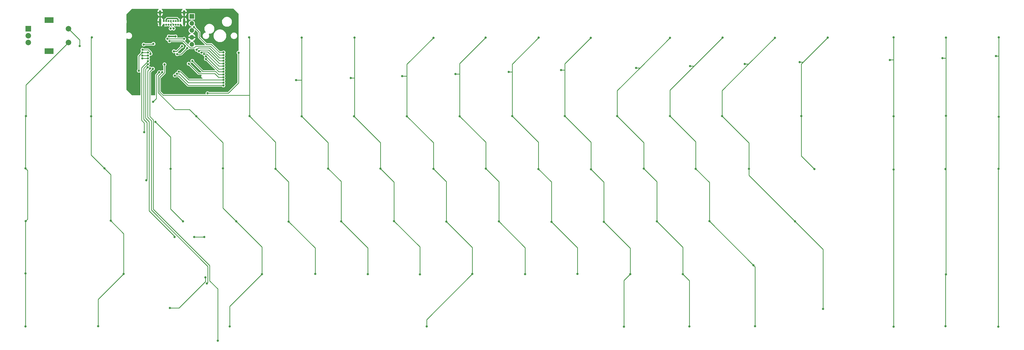
<source format=gtl>
G04 #@! TF.GenerationSoftware,KiCad,Pcbnew,7.0.2*
G04 #@! TF.CreationDate,2023-06-28T22:35:23-06:00*
G04 #@! TF.ProjectId,TKL_Keyboard,544b4c5f-4b65-4796-926f-6172642e6b69,rev?*
G04 #@! TF.SameCoordinates,Original*
G04 #@! TF.FileFunction,Copper,L1,Top*
G04 #@! TF.FilePolarity,Positive*
%FSLAX46Y46*%
G04 Gerber Fmt 4.6, Leading zero omitted, Abs format (unit mm)*
G04 Created by KiCad (PCBNEW 7.0.2) date 2023-06-28 22:35:23*
%MOMM*%
%LPD*%
G01*
G04 APERTURE LIST*
G04 #@! TA.AperFunction,ComponentPad*
%ADD10R,1.700000X1.700000*%
G04 #@! TD*
G04 #@! TA.AperFunction,ComponentPad*
%ADD11O,1.700000X1.700000*%
G04 #@! TD*
G04 #@! TA.AperFunction,ComponentPad*
%ADD12R,2.000000X2.000000*%
G04 #@! TD*
G04 #@! TA.AperFunction,ComponentPad*
%ADD13C,2.000000*%
G04 #@! TD*
G04 #@! TA.AperFunction,ComponentPad*
%ADD14R,3.200000X2.000000*%
G04 #@! TD*
G04 #@! TA.AperFunction,ComponentPad*
%ADD15C,0.700000*%
G04 #@! TD*
G04 #@! TA.AperFunction,ComponentPad*
%ADD16O,0.900000X1.700000*%
G04 #@! TD*
G04 #@! TA.AperFunction,ComponentPad*
%ADD17O,0.900000X2.400000*%
G04 #@! TD*
G04 #@! TA.AperFunction,ViaPad*
%ADD18C,0.800000*%
G04 #@! TD*
G04 #@! TA.AperFunction,Conductor*
%ADD19C,0.500000*%
G04 #@! TD*
G04 #@! TA.AperFunction,Conductor*
%ADD20C,0.250000*%
G04 #@! TD*
G04 #@! TA.AperFunction,Conductor*
%ADD21C,0.300000*%
G04 #@! TD*
G04 #@! TA.AperFunction,Conductor*
%ADD22C,0.200000*%
G04 #@! TD*
G04 APERTURE END LIST*
D10*
X89600000Y-30900000D03*
D11*
X89600000Y-33440000D03*
X89600000Y-35980000D03*
X89600000Y-38520000D03*
X89600000Y-41060000D03*
D12*
X30400000Y-35375000D03*
D13*
X30400000Y-40375000D03*
X30400000Y-37875000D03*
D14*
X37900000Y-32275000D03*
X37900000Y-43475000D03*
D13*
X44900000Y-40375000D03*
X44900000Y-35375000D03*
D15*
X79500000Y-33900000D03*
X80350000Y-33900000D03*
X81200000Y-33900000D03*
X82050000Y-33900000D03*
X82900000Y-33900000D03*
X83750000Y-33900000D03*
X84600000Y-33900000D03*
X85450000Y-33900000D03*
X85450000Y-32550000D03*
X84600000Y-32550000D03*
X83750000Y-32550000D03*
X82900000Y-32550000D03*
X82050000Y-32550000D03*
X81200000Y-32550000D03*
X80350000Y-32550000D03*
X79500000Y-32550000D03*
D16*
X78150000Y-29540000D03*
D17*
X78150000Y-32920000D03*
D16*
X86800000Y-29540000D03*
D17*
X86800000Y-32920000D03*
D18*
X87300000Y-50300000D03*
X84350000Y-53300000D03*
X85100000Y-55100000D03*
X68050000Y-51950000D03*
X75650000Y-36750000D03*
X78900000Y-57100000D03*
X76975000Y-33775000D03*
X96000000Y-49500000D03*
X80875500Y-47850000D03*
X92500000Y-40675000D03*
X84400000Y-47700000D03*
X93800000Y-30800000D03*
X79450000Y-36100000D03*
X76325000Y-51050000D03*
X76600000Y-36750000D03*
X67700000Y-45575000D03*
X76975000Y-34700000D03*
X78850000Y-34950000D03*
X78500000Y-43200000D03*
X79050000Y-53300000D03*
X67550000Y-47750000D03*
X75575000Y-55375000D03*
X83972527Y-42600734D03*
X77950000Y-34950000D03*
X72400000Y-72900000D03*
X73734378Y-47178830D03*
X73684341Y-48253465D03*
X73150000Y-90300000D03*
X90450000Y-110900000D03*
X73624500Y-49337905D03*
X83400000Y-110880498D03*
X94100000Y-110900000D03*
X95050000Y-127750000D03*
X74513475Y-49794774D03*
X81300000Y-38150000D03*
X83700000Y-38150000D03*
X84301791Y-44583281D03*
X87900000Y-42400000D03*
X86050000Y-41700000D03*
X83150000Y-43550000D03*
X49000000Y-41600000D03*
X71700000Y-45150000D03*
X73739538Y-45131461D03*
X71650000Y-46150000D03*
X73734087Y-46154522D03*
X60250000Y-105000000D03*
X53150000Y-67100000D03*
X64950000Y-124250000D03*
X53355000Y-38545000D03*
X72200000Y-41100000D03*
X75700000Y-40850000D03*
X55700000Y-143250000D03*
X57950000Y-86000000D03*
X100852500Y-85997500D03*
X115002500Y-124347500D03*
X105702500Y-105247500D03*
X103350000Y-143300000D03*
X91252500Y-67097500D03*
X78850000Y-51150500D03*
X110502500Y-67047500D03*
X134302500Y-124297500D03*
X119952500Y-86147500D03*
X124702500Y-105297500D03*
X79730120Y-48300000D03*
X110405000Y-38545000D03*
X143700000Y-105250000D03*
X101056323Y-55948498D03*
X83450000Y-52350000D03*
X139000000Y-86050000D03*
X127350000Y-53969000D03*
X153350000Y-124350000D03*
X129400000Y-38600000D03*
X129400000Y-67100000D03*
X148550000Y-38600000D03*
X84217839Y-51710134D03*
X101024500Y-54949503D03*
X147200000Y-53244500D03*
X157950000Y-86050000D03*
X172250000Y-124400000D03*
X162900000Y-105100000D03*
X148400000Y-67150000D03*
X186650000Y-67100000D03*
X200850000Y-105200000D03*
X196050000Y-38550000D03*
X196100000Y-86100000D03*
X185100000Y-51795500D03*
X210400000Y-124350000D03*
X101024500Y-52950497D03*
X88500000Y-48050000D03*
X101024500Y-51950994D03*
X229350000Y-124300000D03*
X204450000Y-51071000D03*
X215300000Y-38600000D03*
X205700000Y-67000000D03*
X219900000Y-105350000D03*
X89800000Y-47050000D03*
X215200000Y-86250000D03*
X94725500Y-46350000D03*
X223400000Y-50346500D03*
X238900000Y-105400000D03*
X234150000Y-38700000D03*
X101024500Y-50951491D03*
X224750000Y-67050000D03*
X248450000Y-124350000D03*
X234200000Y-86300000D03*
X246200000Y-143400000D03*
X250550000Y-49622000D03*
X269900000Y-143350000D03*
X258100000Y-105200000D03*
X253350000Y-86050000D03*
X94725500Y-45325402D03*
X101024500Y-49951988D03*
X267500000Y-124350000D03*
X243750000Y-67050000D03*
X262900000Y-38700000D03*
X318300000Y-137000000D03*
X281700000Y-67050000D03*
X300850000Y-38650000D03*
X291450000Y-86150000D03*
X101024500Y-47952982D03*
X308150000Y-105200000D03*
X93131651Y-43975500D03*
X289950000Y-48173000D03*
X101024500Y-46953479D03*
X92212078Y-43475500D03*
X309850000Y-47448500D03*
X320000000Y-38600000D03*
X315150000Y-86250000D03*
X310450000Y-67000000D03*
X101024500Y-45953976D03*
X342500000Y-46724000D03*
X343850000Y-38500000D03*
X343900000Y-67100000D03*
X343900000Y-86400000D03*
X343900000Y-143400000D03*
X91339390Y-42975500D03*
X362700000Y-143250000D03*
X362852500Y-38547500D03*
X362850000Y-66950000D03*
X362850000Y-124400000D03*
X101063443Y-44955232D03*
X361600000Y-45999500D03*
X362700000Y-86250000D03*
X81500000Y-39850000D03*
X381950000Y-38500000D03*
X381950000Y-67300000D03*
X80750000Y-39050000D03*
X101101666Y-43956461D03*
X381000000Y-45275000D03*
X86850000Y-39050000D03*
X90425500Y-34750000D03*
X381850000Y-143400000D03*
X381900000Y-86200000D03*
X29355000Y-143295000D03*
X71744115Y-43012729D03*
X29355000Y-85995000D03*
X29500000Y-67000000D03*
X29455000Y-105095000D03*
X29355000Y-124095000D03*
X74659028Y-44475500D03*
X86450000Y-105250000D03*
X75550000Y-61900000D03*
X76424500Y-69150000D03*
X81950000Y-86150000D03*
X81650000Y-136650000D03*
X94500000Y-125550000D03*
X77800000Y-51150500D03*
X165800000Y-52520000D03*
X177150000Y-86150000D03*
X84909134Y-50988250D03*
X174700000Y-143300000D03*
X167550000Y-67100000D03*
X191250000Y-124300000D03*
X177150000Y-38650000D03*
X181850000Y-105300000D03*
X101024500Y-53950000D03*
X83000000Y-35313750D03*
X81950000Y-35313750D03*
X94054814Y-44475500D03*
X281900000Y-38600000D03*
X272200000Y-86150000D03*
X262900000Y-67050000D03*
X101024500Y-48952485D03*
X277150000Y-105150000D03*
X293700000Y-143250000D03*
X293120000Y-121120000D03*
X270100000Y-48897500D03*
X99050000Y-148450000D03*
X75525000Y-49900000D03*
X95300000Y-58775500D03*
X70450000Y-50625000D03*
X106550000Y-44050000D03*
X71699498Y-44011235D03*
X73750000Y-43999500D03*
D19*
X80350000Y-32055026D02*
X80350000Y-32550000D01*
X84600000Y-32550000D02*
X84600000Y-32055026D01*
X84600000Y-32055026D02*
X84194974Y-31650000D01*
X84194974Y-31650000D02*
X80755026Y-31650000D01*
X80755026Y-31650000D02*
X80350000Y-32055026D01*
X79500000Y-33900000D02*
X79500000Y-34850000D01*
X85450000Y-32550000D02*
X85450000Y-31350000D01*
X85450000Y-33900000D02*
X85450000Y-34950000D01*
X79500000Y-32550000D02*
X79500000Y-31350000D01*
D20*
X72400000Y-72900000D02*
X72400000Y-69600000D01*
X71400000Y-49512501D02*
X73384036Y-47528465D01*
X73384036Y-47528465D02*
X73384743Y-47528465D01*
X72400000Y-69600000D02*
X71400000Y-68600000D01*
X73384743Y-47528465D02*
X73734378Y-47178830D01*
X71400000Y-68600000D02*
X71400000Y-49512501D01*
X72150000Y-49787100D02*
X73324195Y-48612905D01*
X73350000Y-69400000D02*
X72150000Y-68200000D01*
X73324195Y-48612905D02*
X73324901Y-48612905D01*
X73324901Y-48612905D02*
X73684341Y-48253465D01*
X73350000Y-90100000D02*
X73350000Y-69400000D01*
X73150000Y-90300000D02*
X73350000Y-90100000D01*
X72150000Y-68200000D02*
X72150000Y-49787100D01*
X72899500Y-67799500D02*
X72899500Y-50062198D01*
X73324902Y-49637503D02*
X73624500Y-49337905D01*
X72899500Y-50062198D02*
X73324195Y-49637503D01*
X74150000Y-69050000D02*
X72899500Y-67799500D01*
X74150000Y-101400000D02*
X74150000Y-69050000D01*
X83400000Y-110650000D02*
X74150000Y-101400000D01*
X73324195Y-49637503D02*
X73324902Y-49637503D01*
X90450000Y-110900000D02*
X94100000Y-110900000D01*
X83400000Y-110880498D02*
X83400000Y-110650000D01*
X73624500Y-50683749D02*
X73624500Y-67424500D01*
X74513475Y-49794774D02*
X73624500Y-50683749D01*
X73624500Y-67424500D02*
X74950000Y-68750000D01*
X95400000Y-121550000D02*
X95400000Y-127400000D01*
X74950000Y-68750000D02*
X74950000Y-101100000D01*
X95400000Y-127400000D02*
X95050000Y-127750000D01*
X74950000Y-101100000D02*
X95400000Y-121550000D01*
D19*
X83700000Y-38150000D02*
X81300000Y-38150000D01*
D20*
X84301791Y-44583281D02*
X85716719Y-44583281D01*
X85716719Y-44583281D02*
X87900000Y-42400000D01*
D21*
X86050000Y-41700000D02*
X84200000Y-43550000D01*
X84200000Y-43550000D02*
X83150000Y-43550000D01*
D20*
X49000000Y-39475000D02*
X44900000Y-35375000D01*
X49000000Y-41600000D02*
X49000000Y-39475000D01*
X71700000Y-45150000D02*
X71718539Y-45131461D01*
X71718539Y-45131461D02*
X73739538Y-45131461D01*
X71654522Y-46154522D02*
X73734087Y-46154522D01*
X71650000Y-46150000D02*
X71654522Y-46154522D01*
X72250000Y-41050000D02*
X72200000Y-41100000D01*
X75700000Y-40850000D02*
X75500000Y-41050000D01*
X75500000Y-41050000D02*
X72250000Y-41050000D01*
X53150000Y-81200000D02*
X53150000Y-67100000D01*
X55700000Y-143250000D02*
X55700000Y-133500000D01*
X60250000Y-88300000D02*
X57950000Y-86000000D01*
X53150000Y-67100000D02*
X53150000Y-38750000D01*
X57950000Y-86000000D02*
X53150000Y-81200000D01*
X55700000Y-133500000D02*
X64950000Y-124250000D01*
X64950000Y-124250000D02*
X64950000Y-109700000D01*
X60250000Y-105000000D02*
X60250000Y-88300000D01*
X53150000Y-38750000D02*
X53355000Y-38545000D01*
X64950000Y-109700000D02*
X60250000Y-105000000D01*
X88805000Y-64650000D02*
X91252500Y-67097500D01*
X105702500Y-105247500D02*
X115002500Y-114547500D01*
X83450000Y-64650000D02*
X88805000Y-64650000D01*
X77400000Y-52600000D02*
X77400000Y-58600000D01*
X103350000Y-136000000D02*
X103350000Y-143300000D01*
X78850000Y-51150500D02*
X78849500Y-51150500D01*
X115002500Y-124347500D02*
X103350000Y-136000000D01*
X91252500Y-67097500D02*
X100852500Y-76697500D01*
X100852500Y-100397500D02*
X105702500Y-105247500D01*
X100852500Y-76697500D02*
X100852500Y-85997500D01*
X78849500Y-51150500D02*
X77400000Y-52600000D01*
X115002500Y-114547500D02*
X115002500Y-124347500D01*
X100852500Y-85997500D02*
X100852500Y-100397500D01*
X77400000Y-58600000D02*
X83450000Y-64650000D01*
X110502500Y-59500000D02*
X110502500Y-67047500D01*
X124702500Y-90897500D02*
X124702500Y-105297500D01*
X79730120Y-51319880D02*
X77975000Y-53075000D01*
X77975000Y-58275000D02*
X79200000Y-59500000D01*
X119952500Y-86147500D02*
X124702500Y-90897500D01*
X110502500Y-38642500D02*
X110502500Y-59500000D01*
X79200000Y-59500000D02*
X110502500Y-59500000D01*
X134302500Y-114897500D02*
X134302500Y-124297500D01*
X77975000Y-53075000D02*
X77975000Y-58275000D01*
X124702500Y-105297500D02*
X134302500Y-114897500D01*
X110502500Y-67047500D02*
X119952500Y-76497500D01*
X79730120Y-48300000D02*
X79730120Y-51319880D01*
X119952500Y-76497500D02*
X119952500Y-86147500D01*
X110405000Y-38545000D02*
X110502500Y-38642500D01*
X127350000Y-53969000D02*
X129369000Y-53969000D01*
X153350000Y-114900000D02*
X153350000Y-124350000D01*
X83535134Y-52435134D02*
X84785134Y-52435134D01*
X129400000Y-38600000D02*
X129400000Y-54000000D01*
X143700000Y-105250000D02*
X153350000Y-114900000D01*
X129369000Y-53969000D02*
X129400000Y-54000000D01*
X143700000Y-90750000D02*
X143700000Y-105250000D01*
X84785134Y-52435134D02*
X88298498Y-55948498D01*
X129400000Y-54000000D02*
X129400000Y-67100000D01*
X83450000Y-52350000D02*
X83535134Y-52435134D01*
X129400000Y-67100000D02*
X139000000Y-76700000D01*
X139000000Y-76700000D02*
X139000000Y-86050000D01*
X139000000Y-86050000D02*
X143700000Y-90750000D01*
X88298498Y-55948498D02*
X101056323Y-55948498D01*
X148550000Y-53300000D02*
X148550000Y-67000000D01*
X84608829Y-51713250D02*
X85163250Y-51713250D01*
X148550000Y-67000000D02*
X148400000Y-67150000D01*
X157950000Y-76700000D02*
X157950000Y-86050000D01*
X148550000Y-38600000D02*
X148550000Y-53150000D01*
X157950000Y-86050000D02*
X162900000Y-91000000D01*
X148494500Y-53244500D02*
X148550000Y-53300000D01*
X148550000Y-53150000D02*
X148550000Y-53300000D01*
X84217839Y-51710134D02*
X84605713Y-51710134D01*
X88400000Y-54950000D02*
X101024003Y-54950000D01*
X147200000Y-53244500D02*
X148494500Y-53244500D01*
X101024003Y-54950000D02*
X101024500Y-54949503D01*
X85163250Y-51713250D02*
X88400000Y-54950000D01*
X162900000Y-91000000D02*
X162900000Y-105100000D01*
X172250000Y-114450000D02*
X172250000Y-124400000D01*
X148400000Y-67150000D02*
X157950000Y-76700000D01*
X162900000Y-105100000D02*
X172250000Y-114450000D01*
X84605713Y-51710134D02*
X84608829Y-51713250D01*
X185100000Y-51795500D02*
X186604500Y-51795500D01*
X92100000Y-51650000D02*
X97950000Y-51650000D01*
X196100000Y-86100000D02*
X200850000Y-90850000D01*
X210400000Y-114750000D02*
X210400000Y-124350000D01*
X97950000Y-51650000D02*
X99250497Y-52950497D01*
X186650000Y-67100000D02*
X196100000Y-76550000D01*
X186650000Y-47950000D02*
X186650000Y-51000000D01*
X200850000Y-105200000D02*
X210400000Y-114750000D01*
X196050000Y-38550000D02*
X186650000Y-47950000D01*
X88500000Y-48050000D02*
X92100000Y-51650000D01*
X186650000Y-51100000D02*
X186650000Y-51750000D01*
X196100000Y-76550000D02*
X196100000Y-86100000D01*
X186650000Y-51750000D02*
X186650000Y-67100000D01*
X186604500Y-51795500D02*
X186650000Y-51750000D01*
X200850000Y-90850000D02*
X200850000Y-105200000D01*
X99250497Y-52950497D02*
X101024500Y-52950497D01*
X186650000Y-51000000D02*
X186650000Y-51100000D01*
X205671000Y-51071000D02*
X205700000Y-51100000D01*
X89800000Y-47050000D02*
X93650000Y-50900000D01*
X205700000Y-67000000D02*
X205700000Y-51100000D01*
X204450000Y-51071000D02*
X205671000Y-51071000D01*
X215200000Y-86250000D02*
X219900000Y-90950000D01*
X205700000Y-51100000D02*
X205700000Y-48200000D01*
X98250000Y-50900000D02*
X99300994Y-51950994D01*
X219900000Y-90950000D02*
X219900000Y-105350000D01*
X205700000Y-67000000D02*
X215200000Y-76500000D01*
X215300000Y-38600000D02*
X205700000Y-48200000D01*
X219900000Y-105350000D02*
X229350000Y-114800000D01*
X99300994Y-51950994D02*
X101024500Y-51950994D01*
X215200000Y-76500000D02*
X215200000Y-86250000D01*
X93650000Y-50900000D02*
X98250000Y-50900000D01*
X229350000Y-114800000D02*
X229350000Y-124300000D01*
X99351491Y-50951491D02*
X101024500Y-50951491D01*
X234150000Y-38700000D02*
X224750000Y-48100000D01*
X224750000Y-50350000D02*
X224750000Y-67050000D01*
X94750000Y-46350000D02*
X99351491Y-50951491D01*
X238900000Y-91000000D02*
X238900000Y-105400000D01*
X223400000Y-50346500D02*
X224746500Y-50346500D01*
X234200000Y-86300000D02*
X238900000Y-91000000D01*
X224750000Y-48100000D02*
X224750000Y-50350000D01*
X238900000Y-105400000D02*
X248450000Y-114950000D01*
X248450000Y-114950000D02*
X248450000Y-124350000D01*
X246200000Y-126600000D02*
X246200000Y-143400000D01*
X94725500Y-46350000D02*
X94750000Y-46350000D01*
X224750000Y-67050000D02*
X234200000Y-76500000D01*
X234200000Y-76500000D02*
X234200000Y-86300000D01*
X224746500Y-50346500D02*
X224750000Y-50350000D01*
X248450000Y-124350000D02*
X246200000Y-126600000D01*
X258100000Y-105200000D02*
X267500000Y-114600000D01*
X243750000Y-67050000D02*
X253350000Y-76650000D01*
X258100000Y-90800000D02*
X258100000Y-105200000D01*
X251978000Y-49622000D02*
X250550000Y-49622000D01*
X269900000Y-126750000D02*
X269900000Y-143350000D01*
X253350000Y-86050000D02*
X258100000Y-90800000D01*
X252375000Y-49225000D02*
X262900000Y-38700000D01*
X94725500Y-45325402D02*
X99400098Y-50000000D01*
X267500000Y-114600000D02*
X267500000Y-124350000D01*
X252375000Y-49225000D02*
X243750000Y-57850000D01*
X100976488Y-50000000D02*
X101024500Y-49951988D01*
X267500000Y-124350000D02*
X269900000Y-126750000D01*
X252375000Y-49225000D02*
X251978000Y-49622000D01*
X243750000Y-57850000D02*
X243750000Y-67050000D01*
X253350000Y-76650000D02*
X253350000Y-86050000D01*
X99400098Y-50000000D02*
X100976488Y-50000000D01*
X318300000Y-115350000D02*
X318300000Y-137000000D01*
X291450000Y-76800000D02*
X291450000Y-86150000D01*
X291327000Y-48173000D02*
X289950000Y-48173000D01*
X93356651Y-43750500D02*
X95400500Y-43750500D01*
X291450000Y-86150000D02*
X291450000Y-88500000D01*
X291650000Y-47850000D02*
X281700000Y-57800000D01*
X291650000Y-47850000D02*
X300850000Y-38650000D01*
X99602982Y-47952982D02*
X101024500Y-47952982D01*
X281700000Y-57800000D02*
X281700000Y-67050000D01*
X308150000Y-105200000D02*
X318300000Y-115350000D01*
X291450000Y-88500000D02*
X308150000Y-105200000D01*
X281700000Y-67050000D02*
X291450000Y-76800000D01*
X95400500Y-43750500D02*
X99602982Y-47952982D01*
X291650000Y-47850000D02*
X291327000Y-48173000D01*
X93131651Y-43975500D02*
X93356651Y-43750500D01*
X311175000Y-47425000D02*
X320000000Y-38600000D01*
X310450000Y-48150000D02*
X310450000Y-67000000D01*
X311151500Y-47448500D02*
X309850000Y-47448500D01*
X92637578Y-43050000D02*
X95750000Y-43050000D01*
X310450000Y-48150000D02*
X311175000Y-47425000D01*
X99653479Y-46953479D02*
X101024500Y-46953479D01*
X310450000Y-67000000D02*
X310450000Y-81550000D01*
X92212078Y-43475500D02*
X92637578Y-43050000D01*
X311175000Y-47425000D02*
X311151500Y-47448500D01*
X310450000Y-81550000D02*
X315150000Y-86250000D01*
X95750000Y-43050000D02*
X99653479Y-46953479D01*
X343900000Y-86400000D02*
X343900000Y-67100000D01*
X343850000Y-46650000D02*
X343850000Y-67050000D01*
X99603976Y-45953976D02*
X101024500Y-45953976D01*
X96000000Y-42350000D02*
X99603976Y-45953976D01*
X343900000Y-143400000D02*
X343900000Y-86400000D01*
X343850000Y-38500000D02*
X343850000Y-46650000D01*
X91964890Y-42350000D02*
X96000000Y-42350000D01*
X343850000Y-46650000D02*
X342574000Y-46650000D01*
X343850000Y-67050000D02*
X343900000Y-67100000D01*
X91339390Y-42975500D02*
X91964890Y-42350000D01*
X342574000Y-46650000D02*
X342500000Y-46724000D01*
X362850000Y-46000000D02*
X362850000Y-66950000D01*
X81550000Y-39800000D02*
X86450000Y-39800000D01*
X99605232Y-44955232D02*
X101063443Y-44955232D01*
X86450000Y-39800000D02*
X89000000Y-42350000D01*
X81500000Y-39850000D02*
X81550000Y-39800000D01*
X362850000Y-38550000D02*
X362850000Y-46000000D01*
X90400000Y-42350000D02*
X91050000Y-41700000D01*
X89000000Y-42350000D02*
X90400000Y-42350000D01*
X362849500Y-45999500D02*
X362850000Y-46000000D01*
X361600000Y-45999500D02*
X362849500Y-45999500D01*
X91050000Y-41700000D02*
X96350000Y-41700000D01*
X362850000Y-86100000D02*
X362850000Y-66950000D01*
X362700000Y-124550000D02*
X362850000Y-124400000D01*
X362850000Y-86400000D02*
X362700000Y-86250000D01*
X362850000Y-124400000D02*
X362850000Y-86400000D01*
X96350000Y-41700000D02*
X99605232Y-44955232D01*
X362852500Y-38547500D02*
X362850000Y-38550000D01*
X362700000Y-143250000D02*
X362700000Y-124550000D01*
X362700000Y-86250000D02*
X362850000Y-86100000D01*
X92275000Y-36599500D02*
X92275000Y-38475000D01*
X381950000Y-45250000D02*
X381950000Y-38500000D01*
X90425500Y-34750000D02*
X92275000Y-36599500D01*
X92275000Y-38475000D02*
X94850000Y-41050000D01*
X99606461Y-43956461D02*
X101101666Y-43956461D01*
X381900000Y-86200000D02*
X381850000Y-86250000D01*
X381025000Y-45250000D02*
X381000000Y-45275000D01*
X96700000Y-41050000D02*
X99606461Y-43956461D01*
X381950000Y-45250000D02*
X381025000Y-45250000D01*
X381950000Y-67300000D02*
X381950000Y-86150000D01*
X94850000Y-41050000D02*
X96700000Y-41050000D01*
X86850000Y-39050000D02*
X80750000Y-39050000D01*
X381950000Y-67300000D02*
X381950000Y-45250000D01*
X381850000Y-86250000D02*
X381850000Y-143400000D01*
X381950000Y-86150000D02*
X381900000Y-86200000D01*
X29455000Y-105095000D02*
X30150000Y-104400000D01*
X29355000Y-105195000D02*
X29455000Y-105095000D01*
X29355000Y-124095000D02*
X29355000Y-105195000D01*
X73788534Y-43012729D02*
X74659028Y-43883223D01*
X29500000Y-55775000D02*
X44900000Y-40375000D01*
X29355000Y-67145000D02*
X29500000Y-67000000D01*
X30150000Y-86790000D02*
X29355000Y-85995000D01*
X29355000Y-143295000D02*
X29355000Y-124095000D01*
X71744115Y-43012729D02*
X73788534Y-43012729D01*
X29500000Y-67000000D02*
X29500000Y-55775000D01*
X29355000Y-85995000D02*
X29355000Y-67145000D01*
X74659028Y-43883223D02*
X74659028Y-44475500D01*
X30150000Y-104400000D02*
X30150000Y-86790000D01*
X77800000Y-51150500D02*
X76800000Y-52150500D01*
X81650000Y-136650000D02*
X84950000Y-136650000D01*
X94500000Y-127100000D02*
X94500000Y-125550000D01*
X81950000Y-100750000D02*
X81950000Y-86150000D01*
X76800000Y-52150500D02*
X76800000Y-60650000D01*
X86450000Y-105250000D02*
X81950000Y-100750000D01*
X76800000Y-60650000D02*
X75550000Y-61900000D01*
X84950000Y-136650000D02*
X94500000Y-127100000D01*
X81950000Y-74675500D02*
X76424500Y-69150000D01*
X81950000Y-86150000D02*
X81950000Y-74675500D01*
X181850000Y-90850000D02*
X181850000Y-105300000D01*
X84909134Y-50988250D02*
X85538250Y-50988250D01*
X85538250Y-50988250D02*
X88500000Y-53950000D01*
X167550000Y-67100000D02*
X177150000Y-76700000D01*
X167530000Y-52520000D02*
X167550000Y-52500000D01*
X167550000Y-52500000D02*
X167550000Y-67100000D01*
X191250000Y-114700000D02*
X191250000Y-124300000D01*
X88500000Y-53950000D02*
X101024500Y-53950000D01*
X177150000Y-86150000D02*
X181850000Y-90850000D01*
X191250000Y-124300000D02*
X174700000Y-140850000D01*
X177150000Y-76700000D02*
X177150000Y-86150000D01*
X165800000Y-52520000D02*
X167530000Y-52520000D01*
X167550000Y-48250000D02*
X167550000Y-52500000D01*
X174700000Y-140850000D02*
X174700000Y-143300000D01*
X177150000Y-38650000D02*
X167550000Y-48250000D01*
X181850000Y-105300000D02*
X191250000Y-114700000D01*
D22*
X83000000Y-35313750D02*
X82050000Y-34363750D01*
X82050000Y-34363750D02*
X82050000Y-33900000D01*
X82900000Y-33830761D02*
X82050000Y-32980761D01*
X82050000Y-32980761D02*
X82050000Y-32550000D01*
D20*
X94975500Y-44475500D02*
X99452485Y-48952485D01*
X99452485Y-48952485D02*
X101024500Y-48952485D01*
X271900000Y-48600000D02*
X281900000Y-38600000D01*
X293120000Y-121120000D02*
X293700000Y-121700000D01*
X271900000Y-48600000D02*
X271602500Y-48897500D01*
X271900000Y-48600000D02*
X262900000Y-57600000D01*
X277150000Y-91100000D02*
X277150000Y-105150000D01*
X271602500Y-48897500D02*
X270100000Y-48897500D01*
X272200000Y-76350000D02*
X272200000Y-86150000D01*
X94054814Y-44475500D02*
X94975500Y-44475500D01*
X262900000Y-67050000D02*
X272200000Y-76350000D01*
X262900000Y-57600000D02*
X262900000Y-67050000D01*
X272200000Y-86150000D02*
X277150000Y-91100000D01*
X293700000Y-121700000D02*
X293700000Y-143250000D01*
X293120000Y-121120000D02*
X277150000Y-105150000D01*
X75700000Y-68450000D02*
X75700000Y-100800000D01*
X96100000Y-126774695D02*
X99050000Y-129724695D01*
X75700000Y-100800000D02*
X96100000Y-121200000D01*
X74350000Y-67100000D02*
X75700000Y-68450000D01*
X74350000Y-51075000D02*
X74350000Y-67100000D01*
X99050000Y-129724695D02*
X99050000Y-148450000D01*
X75525000Y-49900000D02*
X74350000Y-51075000D01*
X96100000Y-121200000D02*
X96100000Y-126774695D01*
X71711233Y-43999500D02*
X73750000Y-43999500D01*
X71699498Y-44011235D02*
X71688765Y-44011235D01*
X70450000Y-45250000D02*
X70450000Y-50625000D01*
X106550000Y-55050000D02*
X106550000Y-44050000D01*
X95300000Y-58775500D02*
X102824500Y-58775500D01*
X102824500Y-58775500D02*
X106550000Y-55050000D01*
X71688765Y-44011235D02*
X70450000Y-45250000D01*
X71699498Y-44011235D02*
X71711233Y-43999500D01*
G04 #@! TA.AperFunction,Conductor*
G36*
X90967507Y-35893755D02*
G01*
X91813181Y-36739429D01*
X91846666Y-36800752D01*
X91849500Y-36827110D01*
X91849500Y-38542393D01*
X91856962Y-38565359D01*
X91861502Y-38584270D01*
X91865281Y-38608126D01*
X91865281Y-38608127D01*
X91865282Y-38608128D01*
X91876242Y-38629638D01*
X91883689Y-38647616D01*
X91891151Y-38670582D01*
X91905340Y-38690111D01*
X91915508Y-38706703D01*
X91926471Y-38728220D01*
X91950444Y-38752192D01*
X94261071Y-41062819D01*
X94294556Y-41124142D01*
X94289572Y-41193834D01*
X94247700Y-41249767D01*
X94182236Y-41274184D01*
X94173390Y-41274500D01*
X90982606Y-41274500D01*
X90959633Y-41281963D01*
X90940722Y-41286503D01*
X90897479Y-41293353D01*
X90897136Y-41291191D01*
X90856886Y-41298747D01*
X90792147Y-41272465D01*
X90751895Y-41215356D01*
X90745799Y-41163926D01*
X90749937Y-41119265D01*
X90755429Y-41060000D01*
X90735756Y-40847690D01*
X90677405Y-40642611D01*
X90672157Y-40632071D01*
X90582368Y-40451747D01*
X90453873Y-40281594D01*
X90296301Y-40137947D01*
X90115014Y-40025699D01*
X90086038Y-40014474D01*
X90030636Y-39971902D01*
X90007046Y-39906135D01*
X90022757Y-39838054D01*
X90072781Y-39789276D01*
X90078427Y-39786466D01*
X90277576Y-39693600D01*
X90471081Y-39558106D01*
X90638106Y-39391081D01*
X90773600Y-39197576D01*
X90873430Y-38983492D01*
X90930636Y-38770000D01*
X90033686Y-38770000D01*
X90059493Y-38729844D01*
X90100000Y-38591889D01*
X90100000Y-38448111D01*
X90059493Y-38310156D01*
X90033686Y-38270000D01*
X90930636Y-38270000D01*
X90930635Y-38269999D01*
X90873430Y-38056507D01*
X90773599Y-37842421D01*
X90638109Y-37648921D01*
X90471081Y-37481893D01*
X90277576Y-37346399D01*
X90078427Y-37253533D01*
X90025988Y-37207360D01*
X90006836Y-37140167D01*
X90027052Y-37073286D01*
X90080217Y-37027951D01*
X90086025Y-37025530D01*
X90115019Y-37014298D01*
X90296302Y-36902052D01*
X90453872Y-36758407D01*
X90582366Y-36588255D01*
X90582366Y-36588253D01*
X90582368Y-36588252D01*
X90674153Y-36403919D01*
X90677405Y-36397389D01*
X90735756Y-36192310D01*
X90755429Y-35980000D01*
X90755428Y-35979994D01*
X90756355Y-35969996D01*
X90782141Y-35905058D01*
X90838941Y-35864370D01*
X90908722Y-35860850D01*
X90967507Y-35893755D01*
G37*
G04 #@! TD.AperFunction*
G04 #@! TA.AperFunction,Conductor*
G36*
X104698099Y-28107809D02*
G01*
X104718939Y-28124522D01*
X106513546Y-29913658D01*
X106547125Y-29974930D01*
X106549999Y-30001473D01*
X106550000Y-43231387D01*
X106530315Y-43298426D01*
X106477511Y-43344181D01*
X106455675Y-43351784D01*
X106299775Y-43390209D01*
X106149149Y-43469265D01*
X106021815Y-43582072D01*
X105925182Y-43722069D01*
X105864860Y-43881127D01*
X105844354Y-44049999D01*
X105864860Y-44218872D01*
X105925182Y-44377930D01*
X106021815Y-44517927D01*
X106021816Y-44517928D01*
X106021817Y-44517929D01*
X106082727Y-44571890D01*
X106119853Y-44631077D01*
X106124500Y-44664705D01*
X106124500Y-54822390D01*
X106104815Y-54889429D01*
X106088181Y-54910071D01*
X102684571Y-58313681D01*
X102623248Y-58347166D01*
X102596890Y-58350000D01*
X95922550Y-58350000D01*
X95855511Y-58330315D01*
X95840777Y-58316061D01*
X95839453Y-58317556D01*
X95828184Y-58307572D01*
X95828183Y-58307571D01*
X95700852Y-58194766D01*
X95686588Y-58187280D01*
X95550224Y-58115709D01*
X95425765Y-58085033D01*
X95385056Y-58075000D01*
X95214944Y-58075000D01*
X95182284Y-58083049D01*
X95049775Y-58115709D01*
X94899149Y-58194765D01*
X94771815Y-58307572D01*
X94675182Y-58447569D01*
X94614860Y-58606627D01*
X94594354Y-58775500D01*
X94613789Y-58935553D01*
X94602329Y-59004477D01*
X94555425Y-59056263D01*
X94490693Y-59074500D01*
X79427610Y-59074500D01*
X79360571Y-59054815D01*
X79339929Y-59038181D01*
X78436819Y-58135071D01*
X78403334Y-58073748D01*
X78400500Y-58047390D01*
X78400500Y-53302609D01*
X78420185Y-53235570D01*
X78436819Y-53214928D01*
X79201002Y-52450745D01*
X80054674Y-51597074D01*
X80054674Y-51597073D01*
X80078648Y-51573100D01*
X80089613Y-51551578D01*
X80099776Y-51534995D01*
X80113970Y-51515460D01*
X80121433Y-51492489D01*
X80128871Y-51474530D01*
X80139839Y-51453006D01*
X80143615Y-51429158D01*
X80148156Y-51410240D01*
X80155620Y-51387273D01*
X80155620Y-51252487D01*
X80155620Y-51252486D01*
X80155620Y-48914704D01*
X80175305Y-48847666D01*
X80197390Y-48821891D01*
X80258303Y-48767929D01*
X80354938Y-48627930D01*
X80415260Y-48468872D01*
X80435765Y-48300000D01*
X80415260Y-48131128D01*
X80354938Y-47972070D01*
X80258303Y-47832071D01*
X80130972Y-47719266D01*
X80097764Y-47701837D01*
X79980344Y-47640209D01*
X79855885Y-47609533D01*
X79815176Y-47599500D01*
X79645064Y-47599500D01*
X79612404Y-47607549D01*
X79479895Y-47640209D01*
X79329269Y-47719265D01*
X79201935Y-47832072D01*
X79105302Y-47972069D01*
X79044980Y-48131127D01*
X79024474Y-48300000D01*
X79044980Y-48468872D01*
X79105302Y-48627930D01*
X79201935Y-48767927D01*
X79201936Y-48767928D01*
X79201937Y-48767929D01*
X79262847Y-48821890D01*
X79299973Y-48881077D01*
X79304620Y-48914705D01*
X79304620Y-50392863D01*
X79284935Y-50459902D01*
X79232131Y-50505657D01*
X79162973Y-50515601D01*
X79122995Y-50502660D01*
X79100225Y-50490710D01*
X79059750Y-50480734D01*
X78935056Y-50450000D01*
X78764944Y-50450000D01*
X78732284Y-50458049D01*
X78599775Y-50490709D01*
X78449146Y-50569767D01*
X78407226Y-50606905D01*
X78343993Y-50636626D01*
X78274729Y-50627442D01*
X78242774Y-50606905D01*
X78200853Y-50569767D01*
X78200852Y-50569766D01*
X78117447Y-50525991D01*
X78050224Y-50490709D01*
X77925230Y-50459902D01*
X77885056Y-50450000D01*
X77714944Y-50450000D01*
X77682284Y-50458049D01*
X77549775Y-50490709D01*
X77399149Y-50569765D01*
X77271815Y-50682572D01*
X77175182Y-50822569D01*
X77114860Y-50981627D01*
X77094354Y-51150502D01*
X77098326Y-51183213D01*
X77086865Y-51252137D01*
X77062911Y-51285839D01*
X76529339Y-51819412D01*
X76529338Y-51819413D01*
X76451470Y-51897282D01*
X76440509Y-51918794D01*
X76430347Y-51935377D01*
X76416151Y-51954917D01*
X76408687Y-51977887D01*
X76401244Y-51995856D01*
X76390280Y-52017374D01*
X76386503Y-52041223D01*
X76381962Y-52060139D01*
X76374500Y-52083106D01*
X76374500Y-59363313D01*
X76354815Y-59430352D01*
X76302011Y-59476107D01*
X76250653Y-59487313D01*
X75694990Y-59487997D01*
X74899650Y-59488977D01*
X74832589Y-59469376D01*
X74786769Y-59416628D01*
X74775500Y-59364978D01*
X74775500Y-51302608D01*
X74795185Y-51235569D01*
X74811814Y-51214932D01*
X75389927Y-50636818D01*
X75451251Y-50603334D01*
X75477609Y-50600500D01*
X75610055Y-50600500D01*
X75610056Y-50600500D01*
X75775225Y-50559790D01*
X75925852Y-50480734D01*
X76053183Y-50367929D01*
X76149818Y-50227930D01*
X76210140Y-50068872D01*
X76230645Y-49900000D01*
X76210140Y-49731128D01*
X76149818Y-49572070D01*
X76085585Y-49479013D01*
X76053184Y-49432072D01*
X76040025Y-49420414D01*
X75925852Y-49319266D01*
X75869121Y-49289491D01*
X75775224Y-49240209D01*
X75650764Y-49209533D01*
X75610056Y-49199500D01*
X75439944Y-49199500D01*
X75399235Y-49209533D01*
X75274776Y-49240209D01*
X75142760Y-49309497D01*
X75074251Y-49323222D01*
X75009198Y-49297729D01*
X75002929Y-49292534D01*
X74914327Y-49214040D01*
X74852162Y-49181413D01*
X74763699Y-49134983D01*
X74626420Y-49101148D01*
X74598531Y-49094274D01*
X74428419Y-49094274D01*
X74428416Y-49094274D01*
X74400524Y-49101148D01*
X74330722Y-49098078D01*
X74273661Y-49057757D01*
X74254910Y-49024721D01*
X74249318Y-49009975D01*
X74174152Y-48901079D01*
X74152270Y-48834727D01*
X74169735Y-48767076D01*
X74193974Y-48737827D01*
X74212524Y-48721394D01*
X74309159Y-48581395D01*
X74369481Y-48422337D01*
X74389986Y-48253465D01*
X74369481Y-48084593D01*
X74309159Y-47925535D01*
X74234473Y-47817335D01*
X74212591Y-47750982D01*
X74230056Y-47683330D01*
X74254298Y-47654079D01*
X74262561Y-47646759D01*
X74359196Y-47506760D01*
X74419518Y-47347702D01*
X74440023Y-47178830D01*
X74419518Y-47009958D01*
X74359196Y-46850900D01*
X74306435Y-46774463D01*
X74280511Y-46736905D01*
X74258628Y-46670551D01*
X74276093Y-46602899D01*
X74280511Y-46596025D01*
X74301723Y-46565294D01*
X74358905Y-46482452D01*
X74419227Y-46323394D01*
X74439732Y-46154522D01*
X74419227Y-45985650D01*
X74358905Y-45826592D01*
X74283521Y-45717380D01*
X74261638Y-45651026D01*
X74279103Y-45583374D01*
X74283521Y-45576500D01*
X74297008Y-45556961D01*
X74364356Y-45459391D01*
X74424678Y-45300333D01*
X74426803Y-45282831D01*
X74454421Y-45218655D01*
X74512354Y-45179597D01*
X74558914Y-45178062D01*
X74558915Y-45176000D01*
X74744083Y-45176000D01*
X74744084Y-45176000D01*
X74909253Y-45135290D01*
X75059880Y-45056234D01*
X75187211Y-44943429D01*
X75283846Y-44803430D01*
X75344168Y-44644372D01*
X75364673Y-44475500D01*
X75344168Y-44306628D01*
X75283846Y-44147570D01*
X75194361Y-44017929D01*
X75187210Y-44007569D01*
X75126301Y-43953609D01*
X75089174Y-43894420D01*
X75084528Y-43860794D01*
X75084528Y-43815831D01*
X75084528Y-43815830D01*
X75077065Y-43792865D01*
X75072523Y-43773942D01*
X75068747Y-43750097D01*
X75057785Y-43728584D01*
X75050336Y-43710601D01*
X75042876Y-43687640D01*
X75028682Y-43668103D01*
X75018517Y-43651515D01*
X75007555Y-43630002D01*
X74065728Y-42688175D01*
X74041754Y-42664200D01*
X74020237Y-42653237D01*
X74003645Y-42643069D01*
X73984116Y-42628880D01*
X73961150Y-42621418D01*
X73943172Y-42613971D01*
X73921662Y-42603011D01*
X73921661Y-42603010D01*
X73921660Y-42603010D01*
X73897804Y-42599231D01*
X73878893Y-42594691D01*
X73855927Y-42587229D01*
X73822022Y-42587229D01*
X72366665Y-42587229D01*
X72299626Y-42567544D01*
X72284892Y-42553290D01*
X72283568Y-42554785D01*
X72272299Y-42544801D01*
X72272298Y-42544800D01*
X72144967Y-42431995D01*
X72084010Y-42400002D01*
X71994339Y-42352938D01*
X71869879Y-42322262D01*
X71829171Y-42312229D01*
X71659059Y-42312229D01*
X71644936Y-42315710D01*
X71493890Y-42352938D01*
X71343264Y-42431994D01*
X71215930Y-42544801D01*
X71119297Y-42684798D01*
X71058975Y-42843856D01*
X71038469Y-43012729D01*
X71058975Y-43181601D01*
X71119297Y-43340659D01*
X71166623Y-43409222D01*
X71188506Y-43475576D01*
X71171041Y-43543228D01*
X71166623Y-43550102D01*
X71074680Y-43683304D01*
X71014358Y-43842362D01*
X70993852Y-44011237D01*
X70996662Y-44034377D01*
X70985201Y-44103301D01*
X70961247Y-44137003D01*
X70196780Y-44901472D01*
X70101471Y-44996780D01*
X70090509Y-45018294D01*
X70080347Y-45034877D01*
X70066151Y-45054417D01*
X70058687Y-45077387D01*
X70051244Y-45095356D01*
X70040280Y-45116874D01*
X70036503Y-45140723D01*
X70031962Y-45159639D01*
X70024500Y-45182606D01*
X70024500Y-50010294D01*
X70004815Y-50077333D01*
X69982727Y-50103109D01*
X69921817Y-50157069D01*
X69825182Y-50297069D01*
X69764860Y-50456127D01*
X69744354Y-50624999D01*
X69764860Y-50793872D01*
X69825182Y-50952930D01*
X69921815Y-51092927D01*
X69921816Y-51092928D01*
X69921817Y-51092929D01*
X70049148Y-51205734D01*
X70199775Y-51284790D01*
X70364944Y-51325500D01*
X70364945Y-51325500D01*
X70535055Y-51325500D01*
X70535056Y-51325500D01*
X70700225Y-51284790D01*
X70792876Y-51236162D01*
X70861381Y-51222437D01*
X70926435Y-51247929D01*
X70967379Y-51304544D01*
X70974500Y-51345959D01*
X70974500Y-59369964D01*
X70954815Y-59437003D01*
X70902011Y-59482758D01*
X70850654Y-59493963D01*
X68001402Y-59497472D01*
X67934340Y-59477871D01*
X67913624Y-59461208D01*
X67817275Y-59364978D01*
X66767066Y-58316061D01*
X65986373Y-57536328D01*
X65952850Y-57475026D01*
X65950000Y-57448593D01*
X65950000Y-41099999D01*
X71494354Y-41099999D01*
X71514860Y-41268872D01*
X71575182Y-41427930D01*
X71671815Y-41567927D01*
X71671816Y-41567928D01*
X71671817Y-41567929D01*
X71799148Y-41680734D01*
X71949775Y-41759790D01*
X72114944Y-41800500D01*
X72114945Y-41800500D01*
X72285055Y-41800500D01*
X72285056Y-41800500D01*
X72450225Y-41759790D01*
X72600852Y-41680734D01*
X72728183Y-41567929D01*
X72741777Y-41548233D01*
X72755013Y-41529060D01*
X72809296Y-41485070D01*
X72857063Y-41475500D01*
X75353879Y-41475500D01*
X75411503Y-41489703D01*
X75449775Y-41509790D01*
X75614944Y-41550500D01*
X75614945Y-41550500D01*
X75785055Y-41550500D01*
X75785056Y-41550500D01*
X75950225Y-41509790D01*
X76100852Y-41430734D01*
X76228183Y-41317929D01*
X76324818Y-41177930D01*
X76385140Y-41018872D01*
X76405645Y-40850000D01*
X76385140Y-40681128D01*
X76324818Y-40522070D01*
X76261773Y-40430734D01*
X76228184Y-40382072D01*
X76228183Y-40382071D01*
X76100852Y-40269266D01*
X76035698Y-40235070D01*
X75950224Y-40190209D01*
X75825765Y-40159533D01*
X75785056Y-40149500D01*
X75614944Y-40149500D01*
X75590301Y-40155574D01*
X75449775Y-40190209D01*
X75299149Y-40269265D01*
X75171815Y-40382072D01*
X75075182Y-40522068D01*
X75070747Y-40533762D01*
X75066686Y-40544470D01*
X75024511Y-40600173D01*
X74958914Y-40624231D01*
X74950745Y-40624500D01*
X72766663Y-40624500D01*
X72699624Y-40604815D01*
X72684443Y-40593321D01*
X72600852Y-40519266D01*
X72600850Y-40519264D01*
X72450226Y-40440210D01*
X72367640Y-40419855D01*
X72285056Y-40399500D01*
X72114944Y-40399500D01*
X72082284Y-40407549D01*
X71949775Y-40440209D01*
X71799149Y-40519265D01*
X71671815Y-40632072D01*
X71575182Y-40772069D01*
X71514860Y-40931127D01*
X71494354Y-41099999D01*
X65950000Y-41099999D01*
X65950000Y-39016488D01*
X65969685Y-38949449D01*
X66022489Y-38903694D01*
X66091647Y-38893750D01*
X66148729Y-38917536D01*
X66163528Y-38928712D01*
X66358542Y-39025818D01*
X66568074Y-39085435D01*
X66606176Y-39088965D01*
X66730653Y-39100500D01*
X66733525Y-39100500D01*
X66836475Y-39100500D01*
X66839347Y-39100500D01*
X66976523Y-39087788D01*
X67001925Y-39085435D01*
X67126466Y-39050000D01*
X80044354Y-39050000D01*
X80064860Y-39218872D01*
X80125182Y-39377930D01*
X80221815Y-39517927D01*
X80221816Y-39517928D01*
X80221817Y-39517929D01*
X80349148Y-39630734D01*
X80499775Y-39709790D01*
X80664944Y-39750500D01*
X80672419Y-39750500D01*
X80739458Y-39770185D01*
X80785213Y-39822989D01*
X80795515Y-39859553D01*
X80814860Y-40018872D01*
X80875182Y-40177930D01*
X80971815Y-40317927D01*
X80971816Y-40317928D01*
X80971817Y-40317929D01*
X81099148Y-40430734D01*
X81249775Y-40509790D01*
X81414944Y-40550500D01*
X81414945Y-40550500D01*
X81585055Y-40550500D01*
X81585056Y-40550500D01*
X81750225Y-40509790D01*
X81900852Y-40430734D01*
X82028183Y-40317929D01*
X82053264Y-40281594D01*
X82055013Y-40279060D01*
X82109296Y-40235070D01*
X82157063Y-40225500D01*
X86222390Y-40225500D01*
X86289429Y-40245185D01*
X86310071Y-40261819D01*
X87621565Y-41573313D01*
X87655050Y-41634636D01*
X87650066Y-41704328D01*
X87608194Y-41760261D01*
X87591514Y-41770787D01*
X87551427Y-41791827D01*
X87499149Y-41819265D01*
X87371815Y-41932072D01*
X87275182Y-42072069D01*
X87214860Y-42231127D01*
X87194354Y-42400002D01*
X87198326Y-42432713D01*
X87186865Y-42501637D01*
X87162911Y-42535339D01*
X85576790Y-44121462D01*
X85515467Y-44154947D01*
X85489109Y-44157781D01*
X84924341Y-44157781D01*
X84857302Y-44138096D01*
X84842568Y-44123842D01*
X84841244Y-44125337D01*
X84829975Y-44115353D01*
X84829974Y-44115352D01*
X84702643Y-44002547D01*
X84702641Y-44002546D01*
X84702640Y-44002545D01*
X84643256Y-43971378D01*
X84593043Y-43922793D01*
X84577069Y-43854774D01*
X84600405Y-43788916D01*
X84613195Y-43773907D01*
X85950283Y-42436819D01*
X86011607Y-42403334D01*
X86037965Y-42400500D01*
X86135055Y-42400500D01*
X86135056Y-42400500D01*
X86300225Y-42359790D01*
X86450852Y-42280734D01*
X86578183Y-42167929D01*
X86674818Y-42027930D01*
X86735140Y-41868872D01*
X86755645Y-41700000D01*
X86735140Y-41531128D01*
X86674818Y-41372070D01*
X86578183Y-41232071D01*
X86450852Y-41119266D01*
X86414142Y-41099999D01*
X86300224Y-41040209D01*
X86175764Y-41009533D01*
X86135056Y-40999500D01*
X85964944Y-40999500D01*
X85932284Y-41007549D01*
X85799775Y-41040209D01*
X85649149Y-41119265D01*
X85521815Y-41232072D01*
X85425182Y-41372069D01*
X85364860Y-41531127D01*
X85344354Y-41700004D01*
X85344498Y-41701187D01*
X85343433Y-41707586D01*
X85342540Y-41714947D01*
X85342216Y-41714907D01*
X85333036Y-41770110D01*
X85309083Y-41803811D01*
X84049716Y-43063181D01*
X83988393Y-43096666D01*
X83962035Y-43099500D01*
X83744884Y-43099500D01*
X83677845Y-43079815D01*
X83662658Y-43068316D01*
X83557889Y-42975500D01*
X83550852Y-42969266D01*
X83475538Y-42929738D01*
X83400224Y-42890209D01*
X83275765Y-42859533D01*
X83235056Y-42849500D01*
X83064944Y-42849500D01*
X83032284Y-42857549D01*
X82899775Y-42890209D01*
X82749149Y-42969265D01*
X82621815Y-43082072D01*
X82525182Y-43222069D01*
X82464860Y-43381127D01*
X82444354Y-43550000D01*
X82464860Y-43718872D01*
X82525182Y-43877930D01*
X82621815Y-44017927D01*
X82621816Y-44017928D01*
X82621817Y-44017929D01*
X82749148Y-44130734D01*
X82899775Y-44209790D01*
X83064944Y-44250500D01*
X83064945Y-44250500D01*
X83235055Y-44250500D01*
X83235056Y-44250500D01*
X83400225Y-44209790D01*
X83477812Y-44169068D01*
X83546318Y-44155343D01*
X83611372Y-44180835D01*
X83652316Y-44237450D01*
X83656153Y-44307214D01*
X83651379Y-44322835D01*
X83616651Y-44414406D01*
X83596145Y-44583281D01*
X83616651Y-44752153D01*
X83676973Y-44911211D01*
X83773606Y-45051208D01*
X83773607Y-45051209D01*
X83773608Y-45051210D01*
X83900939Y-45164015D01*
X84051566Y-45243071D01*
X84216735Y-45283781D01*
X84216736Y-45283781D01*
X84386846Y-45283781D01*
X84386847Y-45283781D01*
X84552016Y-45243071D01*
X84702643Y-45164015D01*
X84829974Y-45051210D01*
X84829975Y-45051208D01*
X84841244Y-45041225D01*
X84844211Y-45044574D01*
X84876591Y-45018343D01*
X84924341Y-45008781D01*
X85784110Y-45008781D01*
X85784112Y-45008781D01*
X85807082Y-45001316D01*
X85825985Y-44996778D01*
X85849845Y-44993000D01*
X85871366Y-44982033D01*
X85889335Y-44974590D01*
X85912300Y-44967130D01*
X85931830Y-44952939D01*
X85948423Y-44942770D01*
X85969939Y-44931809D01*
X86065247Y-44836501D01*
X87764928Y-43136818D01*
X87826251Y-43103334D01*
X87852609Y-43100500D01*
X87985055Y-43100500D01*
X87985056Y-43100500D01*
X88150225Y-43059790D01*
X88300852Y-42980734D01*
X88428183Y-42867929D01*
X88524818Y-42727930D01*
X88525925Y-42725010D01*
X88568101Y-42669307D01*
X88633697Y-42645247D01*
X88701888Y-42660472D01*
X88729546Y-42681294D01*
X88746780Y-42698528D01*
X88746781Y-42698529D01*
X88768290Y-42709488D01*
X88784881Y-42719655D01*
X88804416Y-42733848D01*
X88804418Y-42733848D01*
X88804420Y-42733850D01*
X88827390Y-42741313D01*
X88845359Y-42748756D01*
X88852805Y-42752551D01*
X88866873Y-42759719D01*
X88876084Y-42761177D01*
X88890723Y-42763495D01*
X88909636Y-42768036D01*
X88932607Y-42775500D01*
X88932609Y-42775500D01*
X90467392Y-42775500D01*
X90467393Y-42775500D01*
X90481013Y-42771073D01*
X90550853Y-42769075D01*
X90610688Y-42805153D01*
X90641519Y-42867852D01*
X90642432Y-42903949D01*
X90633744Y-42975498D01*
X90654250Y-43144372D01*
X90714572Y-43303430D01*
X90811205Y-43443427D01*
X90811206Y-43443428D01*
X90811207Y-43443429D01*
X90938538Y-43556234D01*
X91089165Y-43635290D01*
X91254334Y-43676000D01*
X91254335Y-43676000D01*
X91439502Y-43676000D01*
X91439502Y-43677232D01*
X91492277Y-43679550D01*
X91549342Y-43719866D01*
X91568099Y-43752908D01*
X91587260Y-43803430D01*
X91683893Y-43943427D01*
X91683894Y-43943428D01*
X91683895Y-43943429D01*
X91811226Y-44056234D01*
X91961853Y-44135290D01*
X92127022Y-44176000D01*
X92127023Y-44176000D01*
X92297132Y-44176000D01*
X92297134Y-44176000D01*
X92338050Y-44165915D01*
X92407849Y-44168984D01*
X92464912Y-44209303D01*
X92483665Y-44242341D01*
X92506832Y-44303429D01*
X92603466Y-44443427D01*
X92603467Y-44443428D01*
X92603468Y-44443429D01*
X92730799Y-44556234D01*
X92881426Y-44635290D01*
X93046595Y-44676000D01*
X93046596Y-44676000D01*
X93216706Y-44676000D01*
X93216707Y-44676000D01*
X93260904Y-44665106D01*
X93330705Y-44668175D01*
X93387768Y-44708494D01*
X93406521Y-44741532D01*
X93429995Y-44803429D01*
X93526629Y-44943427D01*
X93526630Y-44943428D01*
X93526631Y-44943429D01*
X93653962Y-45056234D01*
X93804589Y-45135290D01*
X93929349Y-45166040D01*
X93989730Y-45201196D01*
X94021519Y-45263415D01*
X94022771Y-45301383D01*
X94019854Y-45325400D01*
X94040360Y-45494274D01*
X94100682Y-45653332D01*
X94179322Y-45767261D01*
X94201205Y-45833615D01*
X94183740Y-45901267D01*
X94179322Y-45908141D01*
X94100682Y-46022069D01*
X94040360Y-46181127D01*
X94019854Y-46350000D01*
X94040360Y-46518872D01*
X94100682Y-46677930D01*
X94197315Y-46817927D01*
X94197316Y-46817928D01*
X94197317Y-46817929D01*
X94324648Y-46930734D01*
X94475275Y-47009790D01*
X94640444Y-47050500D01*
X94640445Y-47050500D01*
X94797390Y-47050500D01*
X94864429Y-47070185D01*
X94885071Y-47086819D01*
X98061071Y-50262819D01*
X98094556Y-50324142D01*
X98089572Y-50393834D01*
X98047700Y-50449767D01*
X97982236Y-50474184D01*
X97973390Y-50474500D01*
X93877609Y-50474500D01*
X93810570Y-50454815D01*
X93789928Y-50438181D01*
X90537087Y-47185339D01*
X90503602Y-47124016D01*
X90501672Y-47082715D01*
X90505645Y-47050000D01*
X90485140Y-46881128D01*
X90424818Y-46722070D01*
X90358194Y-46625549D01*
X90328184Y-46582072D01*
X90328183Y-46582071D01*
X90200852Y-46469266D01*
X90171245Y-46453727D01*
X90050224Y-46390209D01*
X89925765Y-46359533D01*
X89885056Y-46349500D01*
X89714944Y-46349500D01*
X89682284Y-46357549D01*
X89549775Y-46390209D01*
X89399149Y-46469265D01*
X89271815Y-46582072D01*
X89175182Y-46722069D01*
X89114860Y-46881127D01*
X89094354Y-47050000D01*
X89109998Y-47178830D01*
X89114860Y-47218872D01*
X89175182Y-47377930D01*
X89189148Y-47398164D01*
X89211031Y-47464517D01*
X89198484Y-47513117D01*
X89226493Y-47508143D01*
X89290971Y-47535058D01*
X89295110Y-47538565D01*
X89399148Y-47630734D01*
X89549775Y-47709790D01*
X89714944Y-47750500D01*
X89714945Y-47750500D01*
X89847390Y-47750500D01*
X89914429Y-47770185D01*
X89935071Y-47786819D01*
X91593360Y-49445108D01*
X93161072Y-51012819D01*
X93194557Y-51074142D01*
X93189573Y-51143834D01*
X93147701Y-51199767D01*
X93082237Y-51224184D01*
X93073391Y-51224500D01*
X92327610Y-51224500D01*
X92260571Y-51204815D01*
X92239929Y-51188181D01*
X89237087Y-48185339D01*
X89203602Y-48124016D01*
X89201672Y-48082715D01*
X89205645Y-48050000D01*
X89185140Y-47881128D01*
X89124818Y-47722070D01*
X89110851Y-47701836D01*
X89088968Y-47635483D01*
X89101514Y-47586881D01*
X89073505Y-47591856D01*
X89009028Y-47564941D01*
X89004885Y-47561431D01*
X88900852Y-47469266D01*
X88870298Y-47453230D01*
X88750224Y-47390209D01*
X88625765Y-47359533D01*
X88585056Y-47349500D01*
X88414944Y-47349500D01*
X88382284Y-47357549D01*
X88249775Y-47390209D01*
X88099149Y-47469265D01*
X87971815Y-47582072D01*
X87875182Y-47722069D01*
X87814860Y-47881127D01*
X87794354Y-48050000D01*
X87814860Y-48218872D01*
X87875182Y-48377930D01*
X87971815Y-48517927D01*
X87971816Y-48517928D01*
X87971817Y-48517929D01*
X88099148Y-48630734D01*
X88249775Y-48709790D01*
X88414944Y-48750500D01*
X88414945Y-48750500D01*
X88547390Y-48750500D01*
X88614429Y-48770185D01*
X88635070Y-48786819D01*
X91751471Y-51903219D01*
X91751472Y-51903220D01*
X91846780Y-51998528D01*
X91868288Y-52009487D01*
X91884876Y-52019652D01*
X91904417Y-52033849D01*
X91904418Y-52033849D01*
X91904419Y-52033850D01*
X91927113Y-52041223D01*
X91927381Y-52041310D01*
X91945362Y-52048758D01*
X91955939Y-52054147D01*
X91966874Y-52059719D01*
X91990724Y-52063496D01*
X92009641Y-52068038D01*
X92032607Y-52075500D01*
X92066512Y-52075500D01*
X93055283Y-52075500D01*
X93122322Y-52095185D01*
X93168077Y-52147989D01*
X93178021Y-52217147D01*
X93165080Y-52257123D01*
X93133056Y-52318139D01*
X93090209Y-52399775D01*
X93049500Y-52564944D01*
X93049500Y-52735055D01*
X93090209Y-52900224D01*
X93116595Y-52950497D01*
X93169266Y-53050852D01*
X93229967Y-53119369D01*
X93282072Y-53178184D01*
X93422070Y-53274818D01*
X93447752Y-53284558D01*
X93503455Y-53326735D01*
X93527513Y-53392332D01*
X93512287Y-53460523D01*
X93462611Y-53509656D01*
X93403782Y-53524500D01*
X88727610Y-53524500D01*
X88660571Y-53504815D01*
X88639929Y-53488181D01*
X85832885Y-50681137D01*
X85832883Y-50681134D01*
X85815444Y-50663695D01*
X85791470Y-50639722D01*
X85789797Y-50638869D01*
X85769952Y-50628758D01*
X85753361Y-50618590D01*
X85733832Y-50604401D01*
X85710866Y-50596939D01*
X85692888Y-50589492D01*
X85671378Y-50578532D01*
X85671377Y-50578531D01*
X85671376Y-50578531D01*
X85647520Y-50574752D01*
X85628609Y-50570212D01*
X85605643Y-50562750D01*
X85571738Y-50562750D01*
X85531684Y-50562750D01*
X85464645Y-50543065D01*
X85449911Y-50528811D01*
X85448587Y-50530306D01*
X85437318Y-50520322D01*
X85437317Y-50520321D01*
X85309986Y-50407516D01*
X85260419Y-50381501D01*
X85159358Y-50328459D01*
X85031999Y-50297069D01*
X84994190Y-50287750D01*
X84824078Y-50287750D01*
X84791418Y-50295799D01*
X84658909Y-50328459D01*
X84508283Y-50407515D01*
X84380949Y-50520322D01*
X84284316Y-50660319D01*
X84223994Y-50819377D01*
X84213310Y-50907363D01*
X84185687Y-50971540D01*
X84127753Y-51010596D01*
X84119889Y-51012812D01*
X83967614Y-51050343D01*
X83816988Y-51129399D01*
X83689654Y-51242206D01*
X83593021Y-51382203D01*
X83527360Y-51555340D01*
X83526524Y-51555023D01*
X83505175Y-51604626D01*
X83447240Y-51643681D01*
X83409702Y-51649500D01*
X83364944Y-51649500D01*
X83332284Y-51657549D01*
X83199775Y-51690209D01*
X83049149Y-51769265D01*
X82921815Y-51882072D01*
X82825182Y-52022069D01*
X82764860Y-52181127D01*
X82744354Y-52350000D01*
X82764860Y-52518872D01*
X82825182Y-52677930D01*
X82921815Y-52817927D01*
X82921816Y-52817928D01*
X82921817Y-52817929D01*
X83049148Y-52930734D01*
X83199775Y-53009790D01*
X83364944Y-53050500D01*
X83364945Y-53050500D01*
X83535055Y-53050500D01*
X83535056Y-53050500D01*
X83700225Y-53009790D01*
X83850852Y-52930734D01*
X83888983Y-52896953D01*
X83894780Y-52891818D01*
X83958013Y-52862097D01*
X83977006Y-52860634D01*
X84557524Y-52860634D01*
X84624563Y-52880319D01*
X84645205Y-52896953D01*
X87949970Y-56201718D01*
X88045278Y-56297026D01*
X88063030Y-56306071D01*
X88066793Y-56307988D01*
X88083380Y-56318152D01*
X88102917Y-56332347D01*
X88117842Y-56337196D01*
X88125877Y-56339807D01*
X88143857Y-56347254D01*
X88165372Y-56358217D01*
X88189217Y-56361993D01*
X88208140Y-56366535D01*
X88231105Y-56373998D01*
X88265010Y-56373998D01*
X100433773Y-56373998D01*
X100500812Y-56393683D01*
X100515545Y-56407936D01*
X100516870Y-56406442D01*
X100528138Y-56416425D01*
X100528140Y-56416427D01*
X100655471Y-56529232D01*
X100806098Y-56608288D01*
X100971267Y-56648998D01*
X100971268Y-56648998D01*
X101141378Y-56648998D01*
X101141379Y-56648998D01*
X101306548Y-56608288D01*
X101457175Y-56529232D01*
X101584506Y-56416427D01*
X101681141Y-56276428D01*
X101741463Y-56117370D01*
X101761968Y-55948498D01*
X101741463Y-55779626D01*
X101681141Y-55620568D01*
X101613793Y-55522998D01*
X101595426Y-55496388D01*
X101573543Y-55430033D01*
X101591008Y-55362382D01*
X101595412Y-55355528D01*
X101649318Y-55277433D01*
X101709640Y-55118375D01*
X101730145Y-54949503D01*
X101709640Y-54780631D01*
X101649318Y-54621573D01*
X101579336Y-54520188D01*
X101557455Y-54453837D01*
X101574920Y-54386186D01*
X101579326Y-54379330D01*
X101649318Y-54277930D01*
X101709640Y-54118872D01*
X101730145Y-53950000D01*
X101709640Y-53781128D01*
X101649318Y-53622070D01*
X101579336Y-53520685D01*
X101557455Y-53454334D01*
X101574920Y-53386683D01*
X101579326Y-53379827D01*
X101649318Y-53278427D01*
X101709640Y-53119369D01*
X101730145Y-52950497D01*
X101709640Y-52781625D01*
X101649318Y-52622567D01*
X101579336Y-52521182D01*
X101557455Y-52454831D01*
X101574920Y-52387180D01*
X101579326Y-52380324D01*
X101649318Y-52278924D01*
X101709640Y-52119866D01*
X101730145Y-51950994D01*
X101709640Y-51782122D01*
X101649318Y-51623064D01*
X101579336Y-51521679D01*
X101557455Y-51455328D01*
X101574920Y-51387677D01*
X101579326Y-51380821D01*
X101649318Y-51279421D01*
X101709640Y-51120363D01*
X101730145Y-50951491D01*
X101709640Y-50782619D01*
X101649318Y-50623561D01*
X101579336Y-50522176D01*
X101557455Y-50455825D01*
X101574920Y-50388174D01*
X101579326Y-50381318D01*
X101649318Y-50279918D01*
X101709640Y-50120860D01*
X101730145Y-49951988D01*
X101709640Y-49783116D01*
X101649318Y-49624058D01*
X101579336Y-49522673D01*
X101557455Y-49456322D01*
X101574920Y-49388671D01*
X101579326Y-49381815D01*
X101649318Y-49280415D01*
X101709640Y-49121357D01*
X101730145Y-48952485D01*
X101709640Y-48783613D01*
X101649318Y-48624555D01*
X101579336Y-48523170D01*
X101557455Y-48456819D01*
X101574920Y-48389168D01*
X101579326Y-48382312D01*
X101649318Y-48280912D01*
X101709640Y-48121854D01*
X101730145Y-47952982D01*
X101709640Y-47784110D01*
X101649318Y-47625052D01*
X101579336Y-47523667D01*
X101557455Y-47457316D01*
X101574920Y-47389665D01*
X101579326Y-47382809D01*
X101649318Y-47281409D01*
X101709640Y-47122351D01*
X101730145Y-46953479D01*
X101709640Y-46784607D01*
X101649318Y-46625549D01*
X101579336Y-46524164D01*
X101557455Y-46457813D01*
X101574920Y-46390162D01*
X101579326Y-46383306D01*
X101649318Y-46281906D01*
X101709640Y-46122848D01*
X101730145Y-45953976D01*
X101709640Y-45785104D01*
X101649318Y-45626046D01*
X101599071Y-45553251D01*
X101577189Y-45486899D01*
X101594654Y-45419248D01*
X101599056Y-45412396D01*
X101688261Y-45283162D01*
X101748583Y-45124104D01*
X101769088Y-44955232D01*
X101748583Y-44786360D01*
X101688261Y-44627302D01*
X101637644Y-44553971D01*
X101615762Y-44487619D01*
X101633227Y-44419968D01*
X101637625Y-44413123D01*
X101726484Y-44284391D01*
X101786806Y-44125333D01*
X101807311Y-43956461D01*
X101786806Y-43787589D01*
X101726484Y-43628531D01*
X101634429Y-43495167D01*
X101629850Y-43488533D01*
X101620961Y-43480658D01*
X101502518Y-43375727D01*
X101442413Y-43344181D01*
X101351890Y-43296670D01*
X101227431Y-43265994D01*
X101186722Y-43255961D01*
X101016610Y-43255961D01*
X100983950Y-43264010D01*
X100851441Y-43296670D01*
X100700815Y-43375726D01*
X100684467Y-43390209D01*
X100573483Y-43488532D01*
X100573481Y-43488533D01*
X100562213Y-43498517D01*
X100559245Y-43495167D01*
X100526866Y-43521399D01*
X100479116Y-43530961D01*
X99834071Y-43530961D01*
X99767032Y-43511276D01*
X99746390Y-43494642D01*
X96994635Y-40742887D01*
X96994633Y-40742884D01*
X96977194Y-40725445D01*
X96953220Y-40701472D01*
X96931702Y-40690508D01*
X96915111Y-40680340D01*
X96895582Y-40666151D01*
X96872616Y-40658689D01*
X96854638Y-40651242D01*
X96833128Y-40640282D01*
X96833127Y-40640281D01*
X96833126Y-40640281D01*
X96809270Y-40636502D01*
X96790359Y-40631962D01*
X96767393Y-40624500D01*
X96733488Y-40624500D01*
X95077610Y-40624500D01*
X95010571Y-40604815D01*
X94989929Y-40588181D01*
X92736819Y-38335071D01*
X92703334Y-38273748D01*
X92700500Y-38247390D01*
X92700500Y-38038926D01*
X93554500Y-38038926D01*
X93593596Y-38248073D01*
X93594531Y-38253073D01*
X93673226Y-38456208D01*
X93787912Y-38641432D01*
X93934676Y-38802426D01*
X94108528Y-38933712D01*
X94303542Y-39030818D01*
X94513074Y-39090435D01*
X94551176Y-39093965D01*
X94675653Y-39105500D01*
X94678525Y-39105500D01*
X94781475Y-39105500D01*
X94784347Y-39105500D01*
X94921523Y-39092788D01*
X94946925Y-39090435D01*
X95156457Y-39030818D01*
X95251500Y-38983492D01*
X95351472Y-38933712D01*
X95525322Y-38802427D01*
X95672088Y-38641432D01*
X95786772Y-38456210D01*
X95805602Y-38407606D01*
X95839360Y-38320465D01*
X95865470Y-38253069D01*
X95905500Y-38038926D01*
X95905500Y-37930000D01*
X97504564Y-37930000D01*
X97524287Y-38230920D01*
X97525077Y-38234891D01*
X97525078Y-38234899D01*
X97582327Y-38522707D01*
X97582329Y-38522714D01*
X97583120Y-38526691D01*
X97610764Y-38608128D01*
X97676719Y-38802426D01*
X97680055Y-38812252D01*
X97681850Y-38815893D01*
X97681851Y-38815894D01*
X97787839Y-39030818D01*
X97813434Y-39082718D01*
X97815685Y-39086087D01*
X97815688Y-39086092D01*
X97904409Y-39218872D01*
X97980975Y-39333461D01*
X98179811Y-39560189D01*
X98406539Y-39759025D01*
X98657282Y-39926566D01*
X98927748Y-40059945D01*
X99213309Y-40156880D01*
X99509080Y-40215713D01*
X99734690Y-40230500D01*
X99736720Y-40230500D01*
X99883280Y-40230500D01*
X99885310Y-40230500D01*
X100110920Y-40215713D01*
X100406691Y-40156880D01*
X100692252Y-40059945D01*
X100962718Y-39926566D01*
X101213461Y-39759025D01*
X101440189Y-39560189D01*
X101639025Y-39333461D01*
X101806566Y-39082718D01*
X101939945Y-38812252D01*
X102036880Y-38526691D01*
X102095713Y-38230920D01*
X102108297Y-38038926D01*
X103714500Y-38038926D01*
X103753596Y-38248073D01*
X103754531Y-38253073D01*
X103833226Y-38456208D01*
X103947912Y-38641432D01*
X104094676Y-38802426D01*
X104268528Y-38933712D01*
X104463542Y-39030818D01*
X104673074Y-39090435D01*
X104711176Y-39093965D01*
X104835653Y-39105500D01*
X104838525Y-39105500D01*
X104941475Y-39105500D01*
X104944347Y-39105500D01*
X105081523Y-39092788D01*
X105106925Y-39090435D01*
X105316457Y-39030818D01*
X105411500Y-38983492D01*
X105511472Y-38933712D01*
X105685322Y-38802427D01*
X105832088Y-38641432D01*
X105946772Y-38456210D01*
X105965602Y-38407606D01*
X105999360Y-38320465D01*
X106025470Y-38253069D01*
X106065500Y-38038926D01*
X106065500Y-37821074D01*
X106025470Y-37606931D01*
X106013223Y-37575319D01*
X105946773Y-37403791D01*
X105851997Y-37250723D01*
X105832088Y-37218568D01*
X105766925Y-37147087D01*
X105685323Y-37057573D01*
X105511471Y-36926287D01*
X105316457Y-36829181D01*
X105106925Y-36769564D01*
X104947207Y-36754765D01*
X104947206Y-36754764D01*
X104944347Y-36754500D01*
X104835653Y-36754500D01*
X104832794Y-36754764D01*
X104832792Y-36754765D01*
X104673074Y-36769564D01*
X104463542Y-36829181D01*
X104268528Y-36926287D01*
X104094676Y-37057573D01*
X103947912Y-37218567D01*
X103833226Y-37403791D01*
X103754531Y-37606926D01*
X103754530Y-37606930D01*
X103754530Y-37606931D01*
X103714500Y-37821074D01*
X103714500Y-38038926D01*
X102108297Y-38038926D01*
X102115436Y-37930000D01*
X102095713Y-37629080D01*
X102036880Y-37333309D01*
X101939945Y-37047748D01*
X101806566Y-36777282D01*
X101781273Y-36739429D01*
X101641284Y-36529920D01*
X101639025Y-36526539D01*
X101440189Y-36299811D01*
X101432161Y-36292771D01*
X101216518Y-36103656D01*
X101213461Y-36100975D01*
X101210079Y-36098715D01*
X100966092Y-35935688D01*
X100966087Y-35935685D01*
X100962718Y-35933434D01*
X100959082Y-35931641D01*
X100959077Y-35931638D01*
X100695894Y-35801851D01*
X100695893Y-35801850D01*
X100692252Y-35800055D01*
X100406691Y-35703120D01*
X100402714Y-35702329D01*
X100402707Y-35702327D01*
X100114899Y-35645078D01*
X100114891Y-35645077D01*
X100110920Y-35644287D01*
X100106877Y-35644022D01*
X99887328Y-35629632D01*
X99887319Y-35629631D01*
X99885310Y-35629500D01*
X99734690Y-35629500D01*
X99732681Y-35629631D01*
X99732671Y-35629632D01*
X99513122Y-35644022D01*
X99513120Y-35644022D01*
X99509080Y-35644287D01*
X99505110Y-35645076D01*
X99505100Y-35645078D01*
X99217292Y-35702327D01*
X99217281Y-35702329D01*
X99213309Y-35703120D01*
X99209466Y-35704424D01*
X99209464Y-35704425D01*
X98931594Y-35798749D01*
X98931587Y-35798751D01*
X98927748Y-35800055D01*
X98924111Y-35801848D01*
X98924105Y-35801851D01*
X98660922Y-35931638D01*
X98660910Y-35931644D01*
X98657282Y-35933434D01*
X98653919Y-35935681D01*
X98653907Y-35935688D01*
X98409920Y-36098715D01*
X98409911Y-36098721D01*
X98406539Y-36100975D01*
X98403488Y-36103650D01*
X98403481Y-36103656D01*
X98182859Y-36297137D01*
X98182851Y-36297144D01*
X98179811Y-36299811D01*
X98177144Y-36302851D01*
X98177137Y-36302859D01*
X97983656Y-36523481D01*
X97983650Y-36523488D01*
X97980975Y-36526539D01*
X97978721Y-36529911D01*
X97978715Y-36529920D01*
X97815688Y-36773907D01*
X97815681Y-36773919D01*
X97813434Y-36777282D01*
X97811644Y-36780910D01*
X97811638Y-36780922D01*
X97681851Y-37044105D01*
X97681848Y-37044111D01*
X97680055Y-37047748D01*
X97678751Y-37051587D01*
X97678749Y-37051594D01*
X97611154Y-37250723D01*
X97583120Y-37333309D01*
X97582329Y-37337281D01*
X97582327Y-37337292D01*
X97525078Y-37625100D01*
X97525076Y-37625110D01*
X97524287Y-37629080D01*
X97524022Y-37633120D01*
X97524022Y-37633122D01*
X97520814Y-37682071D01*
X97504564Y-37930000D01*
X95905500Y-37930000D01*
X95905500Y-37821074D01*
X95865470Y-37606931D01*
X95817030Y-37481893D01*
X95786774Y-37403794D01*
X95786772Y-37403790D01*
X95769438Y-37375795D01*
X95750883Y-37308436D01*
X95771691Y-37241737D01*
X95825256Y-37196875D01*
X95884132Y-37186866D01*
X95932624Y-37190500D01*
X95934941Y-37190500D01*
X96065059Y-37190500D01*
X96067376Y-37190500D01*
X96269103Y-37175383D01*
X96532195Y-37115334D01*
X96783398Y-37016743D01*
X97017102Y-36881815D01*
X97228085Y-36713561D01*
X97411635Y-36515741D01*
X97563651Y-36292775D01*
X97680738Y-36049641D01*
X97760280Y-35791772D01*
X97800500Y-35524929D01*
X97800500Y-35255071D01*
X97760280Y-34988228D01*
X97680738Y-34730359D01*
X97563651Y-34487226D01*
X97411635Y-34264259D01*
X97228085Y-34066439D01*
X97017102Y-33898185D01*
X96783398Y-33763257D01*
X96532195Y-33664666D01*
X96478060Y-33652310D01*
X96269100Y-33604616D01*
X96069690Y-33589673D01*
X96069679Y-33589672D01*
X96067376Y-33589500D01*
X95932624Y-33589500D01*
X95930321Y-33589672D01*
X95930309Y-33589673D01*
X95730899Y-33604616D01*
X95467804Y-33664666D01*
X95216601Y-33763257D01*
X94982899Y-33898184D01*
X94771914Y-34066439D01*
X94588366Y-34264256D01*
X94521655Y-34362104D01*
X94439267Y-34482946D01*
X94436348Y-34487227D01*
X94319262Y-34730359D01*
X94239719Y-34988228D01*
X94199500Y-35255071D01*
X94199500Y-35524928D01*
X94239719Y-35791771D01*
X94274664Y-35905058D01*
X94319262Y-36049641D01*
X94373643Y-36162564D01*
X94436347Y-36292771D01*
X94436348Y-36292772D01*
X94436349Y-36292774D01*
X94588365Y-36515741D01*
X94628008Y-36558466D01*
X94659176Y-36620996D01*
X94651589Y-36690453D01*
X94607656Y-36744782D01*
X94548552Y-36766277D01*
X94513074Y-36769564D01*
X94303542Y-36829181D01*
X94108528Y-36926287D01*
X93934676Y-37057573D01*
X93787912Y-37218567D01*
X93673226Y-37403791D01*
X93594531Y-37606926D01*
X93594530Y-37606930D01*
X93594530Y-37606931D01*
X93554500Y-37821074D01*
X93554500Y-38038926D01*
X92700500Y-38038926D01*
X92700500Y-36532108D01*
X92699789Y-36529920D01*
X92693037Y-36509142D01*
X92688495Y-36490219D01*
X92684719Y-36466374D01*
X92673756Y-36444859D01*
X92666309Y-36426879D01*
X92663698Y-36418844D01*
X92658849Y-36403919D01*
X92644654Y-36384382D01*
X92634490Y-36367795D01*
X92623527Y-36346279D01*
X91162587Y-34885339D01*
X91129102Y-34824016D01*
X91127172Y-34782715D01*
X91131145Y-34750000D01*
X91110640Y-34581128D01*
X91050318Y-34422070D01*
X90992555Y-34338386D01*
X90953684Y-34282072D01*
X90933574Y-34264256D01*
X90826352Y-34169266D01*
X90826350Y-34169265D01*
X90826349Y-34169264D01*
X90692625Y-34099080D01*
X90642412Y-34050495D01*
X90626438Y-33982476D01*
X90639250Y-33934014D01*
X90677405Y-33857389D01*
X90735756Y-33652310D01*
X90755429Y-33440000D01*
X90735756Y-33227690D01*
X90717876Y-33164851D01*
X90696375Y-33089283D01*
X90677405Y-33022611D01*
X90658642Y-32984928D01*
X100549500Y-32984928D01*
X100589719Y-33251771D01*
X100600680Y-33287304D01*
X100669262Y-33509641D01*
X100710599Y-33595477D01*
X100786347Y-33752771D01*
X100786348Y-33752772D01*
X100786349Y-33752774D01*
X100938365Y-33975741D01*
X101121915Y-34173561D01*
X101332898Y-34341815D01*
X101566602Y-34476743D01*
X101817805Y-34575334D01*
X102080897Y-34635383D01*
X102282624Y-34650500D01*
X102284941Y-34650500D01*
X102415059Y-34650500D01*
X102417376Y-34650500D01*
X102619103Y-34635383D01*
X102882195Y-34575334D01*
X103133398Y-34476743D01*
X103367102Y-34341815D01*
X103578085Y-34173561D01*
X103761635Y-33975741D01*
X103913651Y-33752775D01*
X104030738Y-33509641D01*
X104110280Y-33251772D01*
X104150500Y-32984929D01*
X104150500Y-32715071D01*
X104110280Y-32448228D01*
X104030738Y-32190359D01*
X103913651Y-31947226D01*
X103761635Y-31724259D01*
X103578085Y-31526439D01*
X103367102Y-31358185D01*
X103133398Y-31223257D01*
X102882195Y-31124666D01*
X102839539Y-31114930D01*
X102619100Y-31064616D01*
X102419690Y-31049673D01*
X102419679Y-31049672D01*
X102417376Y-31049500D01*
X102282624Y-31049500D01*
X102280321Y-31049672D01*
X102280309Y-31049673D01*
X102080899Y-31064616D01*
X101817804Y-31124666D01*
X101566601Y-31223257D01*
X101332899Y-31358184D01*
X101121914Y-31526439D01*
X100938366Y-31724256D01*
X100841656Y-31866105D01*
X100789758Y-31942226D01*
X100786348Y-31947227D01*
X100669262Y-32190359D01*
X100589719Y-32448228D01*
X100549500Y-32715071D01*
X100549500Y-32984928D01*
X90658642Y-32984928D01*
X90656152Y-32979928D01*
X90582368Y-32831747D01*
X90453873Y-32661594D01*
X90296301Y-32517947D01*
X90175622Y-32443226D01*
X90115019Y-32405702D01*
X90115017Y-32405701D01*
X89916198Y-32328679D01*
X89916198Y-32328678D01*
X89743455Y-32296387D01*
X89681175Y-32264719D01*
X89645902Y-32204407D01*
X89648836Y-32134599D01*
X89689045Y-32077459D01*
X89753763Y-32051128D01*
X89766232Y-32050499D01*
X90494864Y-32050499D01*
X90519991Y-32047585D01*
X90622765Y-32002206D01*
X90702206Y-31922765D01*
X90747585Y-31819991D01*
X90750500Y-31794865D01*
X90750499Y-30005136D01*
X90747585Y-29980009D01*
X90702206Y-29877235D01*
X90702204Y-29877233D01*
X90702204Y-29877232D01*
X90622767Y-29797795D01*
X90519990Y-29752414D01*
X90498414Y-29749911D01*
X90498401Y-29749910D01*
X90494865Y-29749500D01*
X90491290Y-29749500D01*
X88708714Y-29749500D01*
X88708696Y-29749500D01*
X88705136Y-29749501D01*
X88701592Y-29749911D01*
X88701592Y-29749912D01*
X88680008Y-29752415D01*
X88577232Y-29797795D01*
X88497795Y-29877232D01*
X88452414Y-29980009D01*
X88449911Y-30001585D01*
X88449911Y-30001592D01*
X88449500Y-30005135D01*
X88449500Y-30008708D01*
X88449500Y-30008709D01*
X88449500Y-31791285D01*
X88449500Y-31791302D01*
X88449501Y-31794864D01*
X88449912Y-31798407D01*
X88452415Y-31819991D01*
X88497795Y-31922767D01*
X88577232Y-32002204D01*
X88577233Y-32002204D01*
X88577235Y-32002206D01*
X88680009Y-32047585D01*
X88705135Y-32050500D01*
X89433759Y-32050499D01*
X89500796Y-32070183D01*
X89546551Y-32122987D01*
X89556495Y-32192146D01*
X89527470Y-32255702D01*
X89468692Y-32293476D01*
X89456544Y-32296387D01*
X89283802Y-32328679D01*
X89230357Y-32349383D01*
X89084982Y-32405701D01*
X88903698Y-32517947D01*
X88746126Y-32661594D01*
X88617631Y-32831747D01*
X88522595Y-33022609D01*
X88464243Y-33227689D01*
X88444571Y-33439999D01*
X88464243Y-33652310D01*
X88522595Y-33857390D01*
X88617631Y-34048252D01*
X88746126Y-34218405D01*
X88746128Y-34218407D01*
X88903698Y-34362052D01*
X89084981Y-34474298D01*
X89283802Y-34551321D01*
X89480613Y-34588111D01*
X89542893Y-34619779D01*
X89578166Y-34680092D01*
X89575232Y-34749900D01*
X89535023Y-34807040D01*
X89480613Y-34831888D01*
X89350475Y-34856215D01*
X89283801Y-34868679D01*
X89084982Y-34945701D01*
X88903698Y-35057947D01*
X88746126Y-35201594D01*
X88617631Y-35371747D01*
X88522595Y-35562609D01*
X88464243Y-35767689D01*
X88444571Y-35980000D01*
X88464243Y-36192310D01*
X88522595Y-36397390D01*
X88617631Y-36588252D01*
X88746126Y-36758405D01*
X88746128Y-36758407D01*
X88903698Y-36902052D01*
X89084981Y-37014298D01*
X89113961Y-37025524D01*
X89169362Y-37068096D01*
X89192953Y-37133863D01*
X89177243Y-37201943D01*
X89127219Y-37250723D01*
X89121573Y-37253533D01*
X88922419Y-37346401D01*
X88728921Y-37481890D01*
X88561890Y-37648921D01*
X88426400Y-37842421D01*
X88326569Y-38056507D01*
X88269364Y-38269999D01*
X88269364Y-38270000D01*
X89166314Y-38270000D01*
X89140507Y-38310156D01*
X89100000Y-38448111D01*
X89100000Y-38591889D01*
X89140507Y-38729844D01*
X89166314Y-38770000D01*
X88269364Y-38770000D01*
X88326569Y-38983492D01*
X88426399Y-39197576D01*
X88561893Y-39391081D01*
X88728918Y-39558106D01*
X88922423Y-39693600D01*
X89121572Y-39786466D01*
X89174011Y-39832638D01*
X89193163Y-39899832D01*
X89172947Y-39966713D01*
X89119782Y-40012048D01*
X89113962Y-40014474D01*
X89084984Y-40025700D01*
X88903698Y-40137947D01*
X88746126Y-40281594D01*
X88617631Y-40451747D01*
X88522595Y-40642609D01*
X88464243Y-40847689D01*
X88457678Y-40918539D01*
X88431891Y-40983476D01*
X88375090Y-41024163D01*
X88305309Y-41027683D01*
X88246526Y-40994778D01*
X87128435Y-39876687D01*
X87094950Y-39815364D01*
X87099934Y-39745672D01*
X87141806Y-39689739D01*
X87158485Y-39679212D01*
X87250852Y-39630734D01*
X87378183Y-39517929D01*
X87474818Y-39377930D01*
X87535140Y-39218872D01*
X87555645Y-39050000D01*
X87535140Y-38881128D01*
X87474818Y-38722070D01*
X87378183Y-38582071D01*
X87250852Y-38469266D01*
X87210545Y-38448111D01*
X87100224Y-38390209D01*
X86970232Y-38358170D01*
X86935056Y-38349500D01*
X86764944Y-38349500D01*
X86732284Y-38357549D01*
X86599775Y-38390209D01*
X86449149Y-38469265D01*
X86449147Y-38469266D01*
X86449148Y-38469266D01*
X86321817Y-38582071D01*
X86321815Y-38582072D01*
X86310547Y-38592056D01*
X86307579Y-38588706D01*
X86275200Y-38614938D01*
X86227450Y-38624500D01*
X84448876Y-38624500D01*
X84381837Y-38604815D01*
X84336082Y-38552011D01*
X84326138Y-38482853D01*
X84332934Y-38456529D01*
X84334952Y-38451208D01*
X84385140Y-38318872D01*
X84405645Y-38150000D01*
X84385140Y-37981128D01*
X84324818Y-37822070D01*
X84228183Y-37682071D01*
X84100852Y-37569266D01*
X84086588Y-37561780D01*
X83950224Y-37490209D01*
X83825765Y-37459533D01*
X83785056Y-37449500D01*
X83614944Y-37449500D01*
X83559887Y-37463069D01*
X83449773Y-37490210D01*
X83285816Y-37576263D01*
X83285320Y-37575319D01*
X83236989Y-37598036D01*
X83217994Y-37599500D01*
X81782006Y-37599500D01*
X81714967Y-37579815D01*
X81701444Y-37569576D01*
X81550226Y-37490210D01*
X81467640Y-37469855D01*
X81385056Y-37449500D01*
X81214944Y-37449500D01*
X81182284Y-37457549D01*
X81049775Y-37490209D01*
X80899149Y-37569265D01*
X80771815Y-37682072D01*
X80675182Y-37822069D01*
X80614860Y-37981127D01*
X80594354Y-38150000D01*
X80606684Y-38251542D01*
X80595223Y-38320465D01*
X80548320Y-38372251D01*
X80513267Y-38386884D01*
X80499774Y-38390210D01*
X80349150Y-38469264D01*
X80221815Y-38582072D01*
X80125182Y-38722069D01*
X80064860Y-38881127D01*
X80044354Y-39050000D01*
X67126466Y-39050000D01*
X67211457Y-39025818D01*
X67296459Y-38983492D01*
X67406472Y-38928712D01*
X67580322Y-38797427D01*
X67727088Y-38636432D01*
X67841772Y-38451210D01*
X67858665Y-38407606D01*
X67892423Y-38320465D01*
X67920470Y-38248069D01*
X67960500Y-38033926D01*
X67960500Y-37816074D01*
X67920470Y-37601931D01*
X67910160Y-37575319D01*
X67841773Y-37398791D01*
X67744529Y-37241737D01*
X67727088Y-37213568D01*
X67666483Y-37147087D01*
X67580323Y-37052573D01*
X67406471Y-36921287D01*
X67211457Y-36824181D01*
X67001925Y-36764564D01*
X66842207Y-36749765D01*
X66842206Y-36749764D01*
X66839347Y-36749500D01*
X66730653Y-36749500D01*
X66727794Y-36749764D01*
X66727792Y-36749765D01*
X66568074Y-36764564D01*
X66358542Y-36824181D01*
X66163528Y-36921287D01*
X66148727Y-36932465D01*
X66083365Y-36957157D01*
X66015031Y-36942592D01*
X65965418Y-36893394D01*
X65950000Y-36833511D01*
X65950000Y-33715033D01*
X77200000Y-33715033D01*
X77200317Y-33721298D01*
X77214648Y-33862222D01*
X77272488Y-34046569D01*
X77366253Y-34215503D01*
X77492105Y-34362104D01*
X77644892Y-34480370D01*
X77818358Y-34565458D01*
X77900000Y-34586595D01*
X77900000Y-33836110D01*
X77924457Y-33875610D01*
X78013962Y-33943201D01*
X78121840Y-33973895D01*
X78233521Y-33963546D01*
X78333922Y-33913552D01*
X78400000Y-33841069D01*
X78400000Y-34590470D01*
X78570527Y-34527314D01*
X78734498Y-34425111D01*
X78750883Y-34409533D01*
X78751199Y-34384591D01*
X78748094Y-34378905D01*
X78753078Y-34309213D01*
X78781579Y-34264866D01*
X79412318Y-33634127D01*
X79473641Y-33600642D01*
X79543333Y-33605626D01*
X79587680Y-33634127D01*
X79669226Y-33715673D01*
X79702711Y-33776996D01*
X79704641Y-33818299D01*
X79700000Y-33856521D01*
X79700000Y-33854351D01*
X79660387Y-33772095D01*
X79589008Y-33715173D01*
X79522532Y-33700000D01*
X79477468Y-33700000D01*
X79410992Y-33715173D01*
X79339613Y-33772095D01*
X79300000Y-33854351D01*
X79300000Y-33945649D01*
X79339613Y-34027905D01*
X79410992Y-34084827D01*
X79477468Y-34100000D01*
X79522532Y-34100000D01*
X79589008Y-34084827D01*
X79660387Y-34027905D01*
X79700000Y-33945649D01*
X79700000Y-33943473D01*
X79713763Y-34056818D01*
X79759720Y-34177997D01*
X79765087Y-34247660D01*
X79731939Y-34309166D01*
X79670801Y-34342988D01*
X79601083Y-34338386D01*
X79556097Y-34309649D01*
X79500001Y-34253553D01*
X79500000Y-34253553D01*
X79100832Y-34652719D01*
X79100833Y-34652720D01*
X79235889Y-34712851D01*
X79410659Y-34750000D01*
X79589341Y-34750000D01*
X79764110Y-34712851D01*
X79899165Y-34652720D01*
X79907469Y-34607914D01*
X79910767Y-34561807D01*
X79952639Y-34505874D01*
X80018103Y-34481457D01*
X80084575Y-34495344D01*
X80117635Y-34512696D01*
X80271015Y-34550500D01*
X80428985Y-34550500D01*
X80582365Y-34512696D01*
X80717377Y-34441835D01*
X80785881Y-34428110D01*
X80832620Y-34441834D01*
X80967635Y-34512696D01*
X81121015Y-34550500D01*
X81278985Y-34550500D01*
X81432361Y-34512697D01*
X81432361Y-34512696D01*
X81432365Y-34512696D01*
X81511466Y-34471179D01*
X81579970Y-34457455D01*
X81645023Y-34482946D01*
X81685968Y-34539562D01*
X81687020Y-34542658D01*
X81687445Y-34543966D01*
X81689440Y-34613808D01*
X81653360Y-34673641D01*
X81627142Y-34692081D01*
X81549148Y-34733016D01*
X81421815Y-34845822D01*
X81325182Y-34985819D01*
X81264860Y-35144877D01*
X81244354Y-35313750D01*
X81264860Y-35482622D01*
X81325182Y-35641680D01*
X81421815Y-35781677D01*
X81421816Y-35781678D01*
X81421817Y-35781679D01*
X81549148Y-35894484D01*
X81699775Y-35973540D01*
X81864944Y-36014250D01*
X81864945Y-36014250D01*
X82035055Y-36014250D01*
X82035056Y-36014250D01*
X82200225Y-35973540D01*
X82350852Y-35894484D01*
X82392774Y-35857343D01*
X82456005Y-35827624D01*
X82525268Y-35836806D01*
X82557224Y-35857342D01*
X82599148Y-35894484D01*
X82599150Y-35894485D01*
X82743022Y-35969996D01*
X82749775Y-35973540D01*
X82914944Y-36014250D01*
X82914945Y-36014250D01*
X83085055Y-36014250D01*
X83085056Y-36014250D01*
X83250225Y-35973540D01*
X83400852Y-35894484D01*
X83528183Y-35781679D01*
X83624818Y-35641680D01*
X83685140Y-35482622D01*
X83705645Y-35313750D01*
X83685140Y-35144878D01*
X83624818Y-34985820D01*
X83576500Y-34915820D01*
X83528184Y-34845822D01*
X83484408Y-34807040D01*
X83400852Y-34733016D01*
X83287724Y-34673641D01*
X83265914Y-34662194D01*
X83215702Y-34613609D01*
X83199728Y-34545590D01*
X83223064Y-34479732D01*
X83265895Y-34442612D01*
X83267364Y-34441841D01*
X83335866Y-34428109D01*
X83382620Y-34441834D01*
X83517635Y-34512696D01*
X83671015Y-34550500D01*
X83828985Y-34550500D01*
X83982365Y-34512696D01*
X84117377Y-34441835D01*
X84185881Y-34428110D01*
X84232620Y-34441834D01*
X84367635Y-34512696D01*
X84521015Y-34550500D01*
X84678985Y-34550500D01*
X84832365Y-34512696D01*
X84865418Y-34495348D01*
X84933926Y-34481621D01*
X84998980Y-34507112D01*
X85039925Y-34563727D01*
X85042282Y-34606583D01*
X85050833Y-34652720D01*
X85185889Y-34712851D01*
X85360659Y-34750000D01*
X85539341Y-34750000D01*
X85714110Y-34712851D01*
X85849165Y-34652720D01*
X85849165Y-34652719D01*
X85450001Y-34253553D01*
X85393902Y-34309651D01*
X85332578Y-34343135D01*
X85262887Y-34338151D01*
X85206953Y-34296279D01*
X85182537Y-34230814D01*
X85190278Y-34178000D01*
X85236237Y-34056818D01*
X85250000Y-33943468D01*
X85250000Y-33945649D01*
X85289613Y-34027905D01*
X85360992Y-34084827D01*
X85427468Y-34100000D01*
X85472532Y-34100000D01*
X85539008Y-34084827D01*
X85610387Y-34027905D01*
X85650000Y-33945649D01*
X85650000Y-33854351D01*
X85610387Y-33772095D01*
X85539008Y-33715173D01*
X85472532Y-33700000D01*
X85427468Y-33700000D01*
X85360992Y-33715173D01*
X85289613Y-33772095D01*
X85250000Y-33854351D01*
X85250000Y-33856531D01*
X85245357Y-33818298D01*
X85256817Y-33749378D01*
X85280772Y-33715673D01*
X85362318Y-33634127D01*
X85423641Y-33600642D01*
X85493333Y-33605626D01*
X85537680Y-33634127D01*
X86168420Y-34264866D01*
X86201905Y-34326189D01*
X86198673Y-34371371D01*
X86200976Y-34407673D01*
X86294892Y-34480370D01*
X86468358Y-34565458D01*
X86550000Y-34586595D01*
X86550000Y-33836110D01*
X86574457Y-33875610D01*
X86663962Y-33943201D01*
X86771840Y-33973895D01*
X86883521Y-33963546D01*
X86983922Y-33913552D01*
X87050000Y-33841069D01*
X87050000Y-34590470D01*
X87220527Y-34527314D01*
X87384501Y-34425109D01*
X87524535Y-34291996D01*
X87634912Y-34133414D01*
X87711106Y-33955862D01*
X87750000Y-33766604D01*
X87750000Y-33170000D01*
X87100000Y-33170000D01*
X87100000Y-32670000D01*
X87750000Y-32670000D01*
X87750000Y-32124966D01*
X87749682Y-32118701D01*
X87735351Y-31977777D01*
X87677511Y-31793430D01*
X87583746Y-31624496D01*
X87457894Y-31477895D01*
X87305109Y-31359631D01*
X87131641Y-31274541D01*
X87050000Y-31253403D01*
X87050000Y-32003889D01*
X87025543Y-31964390D01*
X86936038Y-31896799D01*
X86828160Y-31866105D01*
X86716479Y-31876454D01*
X86616078Y-31926448D01*
X86550000Y-31998930D01*
X86550000Y-31249528D01*
X86549999Y-31249528D01*
X86379469Y-31312685D01*
X86215498Y-31414890D01*
X86075464Y-31548003D01*
X85965084Y-31706590D01*
X85963376Y-31710570D01*
X85918845Y-31764410D01*
X85852275Y-31785628D01*
X85798994Y-31774941D01*
X85714108Y-31737147D01*
X85539341Y-31700000D01*
X85360659Y-31700000D01*
X85185887Y-31737148D01*
X85177079Y-31741070D01*
X85107829Y-31750351D01*
X85044554Y-31720720D01*
X85038969Y-31715471D01*
X85027844Y-31704346D01*
X85013708Y-31690210D01*
X85005209Y-31680792D01*
X84979277Y-31648917D01*
X84964612Y-31638565D01*
X84948441Y-31624943D01*
X84592381Y-31268882D01*
X84589467Y-31265868D01*
X84545654Y-31218956D01*
X84545653Y-31218955D01*
X84545652Y-31218954D01*
X84510548Y-31197607D01*
X84500053Y-31190464D01*
X84494885Y-31186545D01*
X84467316Y-31165639D01*
X84467314Y-31165638D01*
X84450618Y-31159053D01*
X84431688Y-31149650D01*
X84416358Y-31140328D01*
X84385898Y-31131793D01*
X84376788Y-31129240D01*
X84364769Y-31125199D01*
X84326538Y-31110124D01*
X84326537Y-31110123D01*
X84326535Y-31110123D01*
X84308689Y-31108288D01*
X84287926Y-31104342D01*
X84270642Y-31099500D01*
X84270639Y-31099500D01*
X84229556Y-31099500D01*
X84216875Y-31098850D01*
X84176001Y-31094647D01*
X84158318Y-31097697D01*
X84137249Y-31099500D01*
X80766548Y-31099500D01*
X80762315Y-31099428D01*
X80698199Y-31097237D01*
X80658281Y-31106965D01*
X80645810Y-31109335D01*
X80605104Y-31114930D01*
X80588638Y-31122082D01*
X80568604Y-31128818D01*
X80551176Y-31133065D01*
X80515359Y-31153203D01*
X80503996Y-31158847D01*
X80466303Y-31175220D01*
X80452384Y-31186545D01*
X80434909Y-31198439D01*
X80419265Y-31207235D01*
X80390210Y-31236289D01*
X80380789Y-31244792D01*
X80348916Y-31270723D01*
X80338567Y-31285384D01*
X80324946Y-31301554D01*
X79968880Y-31657619D01*
X79965837Y-31660560D01*
X79906502Y-31715977D01*
X79903394Y-31712649D01*
X79875236Y-31738266D01*
X79806338Y-31749877D01*
X79770580Y-31740029D01*
X79764108Y-31737147D01*
X79589341Y-31700000D01*
X79410659Y-31700000D01*
X79235891Y-31737147D01*
X79147497Y-31776503D01*
X79078247Y-31785787D01*
X79014970Y-31756158D01*
X78988643Y-31723401D01*
X78933745Y-31624494D01*
X78807894Y-31477895D01*
X78655109Y-31359631D01*
X78481641Y-31274541D01*
X78400000Y-31253403D01*
X78400000Y-32003889D01*
X78375543Y-31964390D01*
X78286038Y-31896799D01*
X78178160Y-31866105D01*
X78066479Y-31876454D01*
X77966078Y-31926448D01*
X77900000Y-31998930D01*
X77900000Y-31249528D01*
X77899999Y-31249528D01*
X77729469Y-31312685D01*
X77565498Y-31414890D01*
X77425464Y-31548003D01*
X77315087Y-31706585D01*
X77238893Y-31884137D01*
X77200000Y-32073395D01*
X77200000Y-32670000D01*
X77850000Y-32670000D01*
X77850000Y-33170000D01*
X77200000Y-33170000D01*
X77200000Y-33715033D01*
X65950000Y-33715033D01*
X65950000Y-33444675D01*
X65955509Y-33408125D01*
X65955715Y-33407457D01*
X66005280Y-33246772D01*
X66045500Y-32979929D01*
X66045500Y-32710071D01*
X66005280Y-32443228D01*
X65969947Y-32328680D01*
X65955509Y-32281872D01*
X65950000Y-32245323D01*
X65950000Y-30151131D01*
X65969685Y-30084092D01*
X65986040Y-30063730D01*
X66954877Y-29088701D01*
X67796363Y-28241837D01*
X67857578Y-28208157D01*
X67883917Y-28205241D01*
X77475773Y-28174726D01*
X77542871Y-28194197D01*
X77588794Y-28246855D01*
X77598957Y-28315981D01*
X77570135Y-28379629D01*
X77561596Y-28388599D01*
X77425464Y-28518003D01*
X77315087Y-28676585D01*
X77238893Y-28854137D01*
X77200000Y-29043395D01*
X77200000Y-29290000D01*
X77850000Y-29290000D01*
X77850000Y-29790000D01*
X77200000Y-29790000D01*
X77200000Y-29985033D01*
X77200317Y-29991298D01*
X77214648Y-30132222D01*
X77272488Y-30316569D01*
X77366253Y-30485503D01*
X77492105Y-30632104D01*
X77644892Y-30750370D01*
X77818358Y-30835458D01*
X77900000Y-30856595D01*
X77900000Y-30106110D01*
X77924457Y-30145610D01*
X78013962Y-30213201D01*
X78121840Y-30243895D01*
X78233521Y-30233546D01*
X78333922Y-30183552D01*
X78400000Y-30111069D01*
X78400000Y-30860470D01*
X78570527Y-30797314D01*
X78734501Y-30695109D01*
X78874535Y-30561996D01*
X78984912Y-30403414D01*
X79061106Y-30225862D01*
X79100000Y-30036604D01*
X79100000Y-29790000D01*
X78450000Y-29790000D01*
X78450000Y-29290000D01*
X79100000Y-29290000D01*
X79100000Y-29094966D01*
X79099682Y-29088701D01*
X79085351Y-28947777D01*
X79027511Y-28763430D01*
X78933746Y-28594496D01*
X78807894Y-28447895D01*
X78736369Y-28392531D01*
X78695405Y-28335930D01*
X78691544Y-28266167D01*
X78726013Y-28205392D01*
X78787868Y-28172900D01*
X78811871Y-28170476D01*
X86163263Y-28147089D01*
X86230362Y-28166560D01*
X86276285Y-28219218D01*
X86286448Y-28288344D01*
X86257626Y-28351992D01*
X86229250Y-28376318D01*
X86215500Y-28384888D01*
X86075464Y-28518003D01*
X85965087Y-28676585D01*
X85888893Y-28854137D01*
X85850000Y-29043395D01*
X85850000Y-29290000D01*
X86500000Y-29290000D01*
X86500000Y-29790000D01*
X85850000Y-29790000D01*
X85850000Y-29985033D01*
X85850317Y-29991298D01*
X85864648Y-30132222D01*
X85922488Y-30316569D01*
X86016253Y-30485503D01*
X86142105Y-30632104D01*
X86294892Y-30750370D01*
X86468358Y-30835458D01*
X86550000Y-30856595D01*
X86550000Y-30106110D01*
X86574457Y-30145610D01*
X86663962Y-30213201D01*
X86771840Y-30243895D01*
X86883521Y-30233546D01*
X86983922Y-30183552D01*
X87050000Y-30111069D01*
X87050000Y-30860470D01*
X87220527Y-30797314D01*
X87384501Y-30695109D01*
X87524535Y-30561996D01*
X87634912Y-30403414D01*
X87711106Y-30225862D01*
X87750000Y-30036604D01*
X87750000Y-29790000D01*
X87100000Y-29790000D01*
X87100000Y-29290000D01*
X87750000Y-29290000D01*
X87750000Y-29094966D01*
X87749682Y-29088701D01*
X87735351Y-28947777D01*
X87677511Y-28763430D01*
X87583746Y-28594496D01*
X87457894Y-28447895D01*
X87350964Y-28365125D01*
X87310000Y-28308524D01*
X87306139Y-28238761D01*
X87340609Y-28177986D01*
X87402464Y-28145494D01*
X87426459Y-28143071D01*
X104631001Y-28088338D01*
X104698099Y-28107809D01*
G37*
G04 #@! TD.AperFunction*
M02*

</source>
